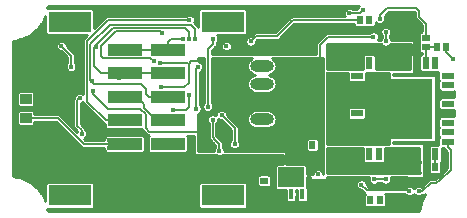
<source format=gbr>
G04 #@! TF.GenerationSoftware,KiCad,Pcbnew,5.0.0-fee4fd1~66~ubuntu16.04.1*
G04 #@! TF.CreationDate,2018-08-08T21:48:41-04:00*
G04 #@! TF.ProjectId,motor controller,6D6F746F7220636F6E74726F6C6C6572,rev?*
G04 #@! TF.SameCoordinates,Original*
G04 #@! TF.FileFunction,Copper,L1,Top,Signal*
G04 #@! TF.FilePolarity,Positive*
%FSLAX46Y46*%
G04 Gerber Fmt 4.6, Leading zero omitted, Abs format (unit mm)*
G04 Created by KiCad (PCBNEW 5.0.0-fee4fd1~66~ubuntu16.04.1) date Wed Aug  8 21:48:41 2018*
%MOMM*%
%LPD*%
G01*
G04 APERTURE LIST*
G04 #@! TA.AperFunction,SMDPad,CuDef*
%ADD10R,2.900000X1.000000*%
G04 #@! TD*
G04 #@! TA.AperFunction,SMDPad,CuDef*
%ADD11R,3.600000X1.800000*%
G04 #@! TD*
G04 #@! TA.AperFunction,SMDPad,CuDef*
%ADD12O,2.000000X1.000000*%
G04 #@! TD*
G04 #@! TA.AperFunction,ComponentPad*
%ADD13C,1.700000*%
G04 #@! TD*
G04 #@! TA.AperFunction,SMDPad,CuDef*
%ADD14R,0.575000X0.650000*%
G04 #@! TD*
G04 #@! TA.AperFunction,SMDPad,CuDef*
%ADD15R,1.050000X0.600000*%
G04 #@! TD*
G04 #@! TA.AperFunction,SMDPad,CuDef*
%ADD16R,0.600000X1.050000*%
G04 #@! TD*
G04 #@! TA.AperFunction,SMDPad,CuDef*
%ADD17R,5.200000X5.200000*%
G04 #@! TD*
G04 #@! TA.AperFunction,SMDPad,CuDef*
%ADD18R,0.650000X0.575000*%
G04 #@! TD*
G04 #@! TA.AperFunction,SMDPad,CuDef*
%ADD19R,0.400000X0.850000*%
G04 #@! TD*
G04 #@! TA.AperFunction,SMDPad,CuDef*
%ADD20R,2.200000X1.700000*%
G04 #@! TD*
G04 #@! TA.AperFunction,SMDPad,CuDef*
%ADD21R,1.000000X0.820000*%
G04 #@! TD*
G04 #@! TA.AperFunction,ViaPad*
%ADD22C,0.410000*%
G04 #@! TD*
G04 #@! TA.AperFunction,Conductor*
%ADD23C,0.150000*%
G04 #@! TD*
G04 #@! TA.AperFunction,Conductor*
%ADD24C,0.254000*%
G04 #@! TD*
G04 APERTURE END LIST*
D10*
G04 #@! TO.P,J1,1*
G04 #@! TO.N,+BATT*
X9790000Y-14000000D03*
G04 #@! TO.P,J1,2*
G04 #@! TO.N,GND*
X9790000Y-12000000D03*
G04 #@! TO.P,J1,3*
G04 #@! TO.N,MOSI*
X9790000Y-10000000D03*
G04 #@! TO.P,J1,4*
G04 #@! TO.N,Net-(J1-Pad4)*
X9790000Y-8000000D03*
G04 #@! TO.P,J1,5*
G04 #@! TO.N,SCK*
X9790000Y-6000000D03*
G04 #@! TO.P,J1,6*
G04 #@! TO.N,CS*
X9790000Y-4000000D03*
D11*
G04 #@! TO.P,J1,MP*
G04 #@! TO.N,N/C*
X5140000Y-16350000D03*
X5140000Y-1650000D03*
G04 #@! TD*
D12*
G04 #@! TO.P,J3,1*
G04 #@! TO.N,GND*
X21400000Y-9900000D03*
G04 #@! TO.P,J3,2*
G04 #@! TO.N,+3V3*
X21400000Y-8400000D03*
G04 #@! TO.P,J3,3*
G04 #@! TO.N,SWCLK*
X21400000Y-6900000D03*
G04 #@! TO.P,J3,4*
G04 #@! TO.N,SWDIO*
X21400000Y-5400000D03*
G04 #@! TD*
D13*
G04 #@! TO.P,M1,1*
G04 #@! TO.N,OUT2*
X28500000Y-13400000D03*
G04 #@! TO.P,M1,2*
G04 #@! TO.N,OUT1*
X28500000Y-4600000D03*
G04 #@! TD*
D14*
G04 #@! TO.P,C3,1*
G04 #@! TO.N,+3V3*
X24892500Y-12090000D03*
G04 #@! TO.P,C3,2*
G04 #@! TO.N,GND*
X25667500Y-12090000D03*
G04 #@! TD*
G04 #@! TO.P,C6,1*
G04 #@! TO.N,+BATT*
X35293000Y-13970000D03*
G04 #@! TO.P,C6,2*
G04 #@! TO.N,Net-(C6-Pad2)*
X36068000Y-13970000D03*
G04 #@! TD*
D15*
G04 #@! TO.P,IC2,1*
G04 #@! TO.N,Net-(IC2-Pad1)*
X37140000Y-11800000D03*
G04 #@! TO.P,IC2,2*
G04 #@! TO.N,Net-(IC2-Pad2)*
X37140000Y-11000000D03*
G04 #@! TO.P,IC2,3*
G04 #@! TO.N,Net-(IC2-Pad3)*
X37140000Y-10200000D03*
G04 #@! TO.P,IC2,4*
G04 #@! TO.N,+BATT*
X37140000Y-9400000D03*
G04 #@! TO.P,IC2,5*
G04 #@! TO.N,Net-(IC2-Pad5)*
X37140000Y-8600000D03*
G04 #@! TO.P,IC2,6*
G04 #@! TO.N,+BATT*
X37140000Y-7800000D03*
G04 #@! TO.P,IC2,7*
G04 #@! TO.N,Net-(IC2-Pad7)*
X37140000Y-7000000D03*
G04 #@! TO.P,IC2,8*
G04 #@! TO.N,FB*
X37140000Y-6200000D03*
D16*
G04 #@! TO.P,IC2,9*
G04 #@! TO.N,Net-(IC2-Pad9)*
X36090000Y-5150000D03*
G04 #@! TO.P,IC2,10*
G04 #@! TO.N,+3V3*
X35290000Y-5150000D03*
G04 #@! TO.P,IC2,11*
G04 #@! TO.N,+BATT*
X34490000Y-5150000D03*
G04 #@! TO.P,IC2,12*
G04 #@! TO.N,OUT1*
X33690000Y-5150000D03*
G04 #@! TO.P,IC2,13*
X32890000Y-5150000D03*
G04 #@! TO.P,IC2,14*
X32090000Y-5150000D03*
G04 #@! TO.P,IC2,15*
X31290000Y-5150000D03*
G04 #@! TO.P,IC2,16*
G04 #@! TO.N,Net-(IC2-Pad16)*
X30490000Y-5150000D03*
D15*
G04 #@! TO.P,IC2,17*
G04 #@! TO.N,Net-(IC2-Pad17)*
X29440000Y-6200000D03*
G04 #@! TO.P,IC2,18*
G04 #@! TO.N,GND*
X29440000Y-7000000D03*
G04 #@! TO.P,IC2,19*
X29440000Y-7800000D03*
G04 #@! TO.P,IC2,20*
X29440000Y-8600000D03*
G04 #@! TO.P,IC2,21*
G04 #@! TO.N,Net-(IC2-Pad21)*
X29440000Y-9400000D03*
G04 #@! TO.P,IC2,22*
G04 #@! TO.N,GND*
X29440000Y-10200000D03*
G04 #@! TO.P,IC2,23*
X29440000Y-11000000D03*
G04 #@! TO.P,IC2,24*
X29440000Y-11800000D03*
D16*
G04 #@! TO.P,IC2,25*
G04 #@! TO.N,Net-(IC2-Pad25)*
X30490000Y-12850000D03*
G04 #@! TO.P,IC2,26*
G04 #@! TO.N,Net-(IC2-Pad26)*
X31290000Y-12850000D03*
G04 #@! TO.P,IC2,27*
G04 #@! TO.N,OUT2*
X32090000Y-12850000D03*
G04 #@! TO.P,IC2,28*
X32890000Y-12850000D03*
G04 #@! TO.P,IC2,29*
X33690000Y-12850000D03*
G04 #@! TO.P,IC2,30*
X34490000Y-12850000D03*
G04 #@! TO.P,IC2,31*
G04 #@! TO.N,+BATT*
X35290000Y-12850000D03*
G04 #@! TO.P,IC2,32*
G04 #@! TO.N,Net-(C6-Pad2)*
X36090000Y-12850000D03*
D17*
G04 #@! TO.P,IC2,33*
G04 #@! TO.N,GND*
X33290000Y-9000000D03*
G04 #@! TD*
D11*
G04 #@! TO.P,J2,MP*
G04 #@! TO.N,N/C*
X18080000Y-16350000D03*
X18080000Y-1650000D03*
D10*
G04 #@! TO.P,J2,6*
G04 #@! TO.N,+BATT*
X13430000Y-14000000D03*
G04 #@! TO.P,J2,5*
G04 #@! TO.N,GND*
X13430000Y-12000000D03*
G04 #@! TO.P,J2,4*
G04 #@! TO.N,Net-(J1-Pad4)*
X13430000Y-10000000D03*
G04 #@! TO.P,J2,3*
G04 #@! TO.N,MISO*
X13430000Y-8000000D03*
G04 #@! TO.P,J2,2*
G04 #@! TO.N,SCK*
X13430000Y-6000000D03*
G04 #@! TO.P,J2,1*
G04 #@! TO.N,CS*
X13430000Y-4000000D03*
G04 #@! TD*
D14*
G04 #@! TO.P,R7,1*
G04 #@! TO.N,Net-(IC2-Pad3)*
X36975000Y-3800000D03*
G04 #@! TO.P,R7,2*
G04 #@! TO.N,+3V3*
X36200000Y-3800000D03*
G04 #@! TD*
G04 #@! TO.P,R8,2*
G04 #@! TO.N,Net-(IC2-Pad26)*
X31375500Y-16764000D03*
G04 #@! TO.P,R8,1*
G04 #@! TO.N,D1*
X30600500Y-16764000D03*
G04 #@! TD*
G04 #@! TO.P,R9,1*
G04 #@! TO.N,Net-(IC2-Pad16)*
X30493000Y-1524000D03*
G04 #@! TO.P,R9,2*
G04 #@! TO.N,D2*
X29718000Y-1524000D03*
G04 #@! TD*
D18*
G04 #@! TO.P,C8,2*
G04 #@! TO.N,+BATT*
X21590000Y-14344500D03*
G04 #@! TO.P,C8,1*
G04 #@! TO.N,GND*
X21590000Y-15119500D03*
G04 #@! TD*
G04 #@! TO.P,C9,1*
G04 #@! TO.N,+3V3*
X35300000Y-3775000D03*
G04 #@! TO.P,C9,2*
G04 #@! TO.N,GND*
X35300000Y-3000000D03*
G04 #@! TD*
D19*
G04 #@! TO.P,IC3,1*
G04 #@! TO.N,+BATT*
X22926000Y-16270000D03*
G04 #@! TO.P,IC3,2*
G04 #@! TO.N,GND*
X23876000Y-16270000D03*
G04 #@! TO.P,IC3,3*
G04 #@! TO.N,Net-(IC3-Pad3)*
X24826000Y-16270000D03*
G04 #@! TO.P,IC3,4*
G04 #@! TO.N,+3V3*
X24826000Y-13370000D03*
G04 #@! TO.P,IC3,5*
X23876000Y-13370000D03*
G04 #@! TO.P,IC3,6*
G04 #@! TO.N,+BATT*
X22926000Y-13370000D03*
D20*
G04 #@! TO.P,IC3,7*
G04 #@! TO.N,GND*
X23876000Y-14820000D03*
G04 #@! TD*
D21*
G04 #@! TO.P,D1,2*
G04 #@! TO.N,Net-(D1-Pad2)*
X1400000Y-8200000D03*
G04 #@! TO.P,D1,1*
G04 #@! TO.N,GND*
X1400000Y-9800000D03*
G04 #@! TD*
D22*
G04 #@! TO.N,*
X4420000Y-3700000D03*
X5250000Y-5460000D03*
G04 #@! TO.N,GND*
X29800000Y-11800000D03*
X29100000Y-11800000D03*
X29100000Y-11000000D03*
X29800000Y-11000000D03*
X29800000Y-10200000D03*
X29100000Y-10200000D03*
X29800000Y-8600000D03*
X29100000Y-8600000D03*
X29800000Y-7800000D03*
X29100000Y-7800000D03*
X29800000Y-7000000D03*
X29100000Y-7000000D03*
X30900000Y-11600000D03*
X31400000Y-11600000D03*
X31900000Y-10600000D03*
X31900000Y-11100000D03*
X31400000Y-11100000D03*
X31400000Y-10600000D03*
X30900000Y-11100000D03*
X30900000Y-10600000D03*
X31900000Y-10100000D03*
X31400000Y-10100000D03*
X30900000Y-10100000D03*
X30900000Y-9600000D03*
X31400000Y-9600000D03*
X31900000Y-9600000D03*
X31900000Y-9100000D03*
X31400000Y-9100000D03*
X30900000Y-9100000D03*
X31900000Y-8600000D03*
X31400000Y-8600000D03*
X30900000Y-8600000D03*
X31900000Y-8100000D03*
X31400000Y-8100000D03*
X30900000Y-8100000D03*
X31900000Y-7600000D03*
X31400000Y-7600000D03*
X30900000Y-7600000D03*
X31900000Y-7100000D03*
X31400000Y-7100000D03*
X30900000Y-7100000D03*
X31900000Y-6600000D03*
X31400000Y-6600000D03*
X30900000Y-6600000D03*
X23900000Y-16230000D03*
X25700000Y-12120000D03*
X14700000Y-12300000D03*
X14200000Y-12300000D03*
X14200000Y-11700000D03*
X13700000Y-11700000D03*
X13700000Y-12300000D03*
X13200000Y-12300000D03*
X13200000Y-11700000D03*
X12700000Y-11700000D03*
X12700000Y-12300000D03*
X12200000Y-12300000D03*
X12200000Y-11700000D03*
X11000000Y-11700000D03*
X11000000Y-12300000D03*
X10500000Y-12300000D03*
X10500000Y-11700000D03*
X10000000Y-11700000D03*
X10000000Y-12300000D03*
X9500000Y-12300000D03*
X9500000Y-11700000D03*
X9000000Y-11700000D03*
X9000000Y-12300000D03*
X8500000Y-12300000D03*
X8500000Y-11700000D03*
X14700000Y-11700000D03*
X21590000Y-15119500D03*
X23876000Y-14820000D03*
X27000000Y-6100000D03*
X27500000Y-6100000D03*
X28000000Y-6100000D03*
X28500000Y-6100000D03*
X28500000Y-6600000D03*
X28000000Y-6600000D03*
X27500000Y-6600000D03*
X27000000Y-6600000D03*
X27000000Y-7100000D03*
X27500000Y-7100000D03*
X28000000Y-7100000D03*
X28500000Y-7100000D03*
X28500000Y-7600000D03*
X28000000Y-7600000D03*
X27500000Y-7600000D03*
X27000000Y-7600000D03*
X27000000Y-8100000D03*
X27500000Y-8100000D03*
X28000000Y-8100000D03*
X28500000Y-8100000D03*
X27000000Y-8100000D03*
X27000000Y-8100000D03*
X27000000Y-8600000D03*
X27500000Y-8600000D03*
X28000000Y-8600000D03*
X28500000Y-8600000D03*
X27000000Y-9100000D03*
X27500000Y-9100000D03*
X28000000Y-9100000D03*
X28500000Y-9100000D03*
X28500000Y-9600000D03*
X28000000Y-9600000D03*
X27500000Y-9600000D03*
X27000000Y-9600000D03*
X27000000Y-10100000D03*
X27500000Y-10100000D03*
X28000000Y-10100000D03*
X28500000Y-10100000D03*
X27000000Y-10600000D03*
X27500000Y-10600000D03*
X28000000Y-10600000D03*
X28500000Y-10600000D03*
X28500000Y-11100000D03*
X28000000Y-11100000D03*
X27500000Y-11100000D03*
X27000000Y-11100000D03*
X27000000Y-11600000D03*
X27500000Y-11600000D03*
X28000000Y-11600000D03*
X28500000Y-11600000D03*
X31400000Y-1400000D03*
X31900000Y-3307000D03*
X31900000Y-2493000D03*
X1400000Y-9800000D03*
X21400000Y-9900000D03*
X12240000Y-4970000D03*
X12990000Y-2584010D03*
X15850000Y-9030000D03*
X16000000Y-5470000D03*
G04 #@! TO.N,+3V3*
X12900000Y-7167998D03*
X12800000Y-5100000D03*
X18400000Y-3720000D03*
X19200000Y-4900000D03*
X24890000Y-12060000D03*
X35290000Y-5150000D03*
X30847000Y-2900000D03*
X7090000Y-7480000D03*
X16310000Y-11060000D03*
G04 #@! TO.N,+BATT*
X35300000Y-14000000D03*
X35300000Y-12500000D03*
X35300000Y-13300000D03*
X34500000Y-5400000D03*
X34500000Y-4800000D03*
X36800000Y-9400000D03*
X37500000Y-9400000D03*
X37400000Y-7800000D03*
X36800000Y-7800000D03*
X13700000Y-13700000D03*
X13700000Y-14300000D03*
X13200000Y-14300000D03*
X13200000Y-13700000D03*
X32800000Y-900000D03*
X32800000Y-1400000D03*
X32800000Y-1900000D03*
X32800000Y-2400000D03*
X32800000Y-2900000D03*
X33300000Y-2900000D03*
X33300000Y-2400000D03*
X33300000Y-1900000D03*
X33300000Y-1400000D03*
X33300000Y-900000D03*
X33800000Y-900000D03*
X33800000Y-1400000D03*
X33800000Y-1900000D03*
X33800000Y-2400000D03*
X33800000Y-2900000D03*
X34300000Y-2900000D03*
X34300000Y-2400000D03*
X34300000Y-1900000D03*
X34300000Y-1400000D03*
X34300000Y-900000D03*
X34800000Y-1900000D03*
X34500000Y-3400000D03*
X34500000Y-3900000D03*
G04 #@! TO.N,FB*
X28800000Y-907000D03*
X29930257Y-654672D03*
X37140000Y-6200000D03*
G04 #@! TO.N,MOSI*
X15271295Y-1493000D03*
X9790000Y-10000000D03*
G04 #@! TO.N,CS*
X14712997Y-3070000D03*
G04 #@! TO.N,MISO*
X13430000Y-8000000D03*
X15787003Y-3070000D03*
X6140000Y-11130000D03*
X7014290Y-6705136D03*
X5980000Y-8110000D03*
G04 #@! TO.N,Net-(IC2-Pad1)*
X34677500Y-16002000D03*
G04 #@! TO.N,Net-(IC2-Pad2)*
X37140000Y-11000000D03*
G04 #@! TO.N,Net-(IC2-Pad3)*
X37593000Y-4800000D03*
X37140000Y-10200000D03*
G04 #@! TO.N,Net-(IC2-Pad16)*
X30493000Y-1524000D03*
X30490000Y-5150000D03*
G04 #@! TO.N,Net-(IC2-Pad26)*
X31375500Y-16764000D03*
X31290000Y-12850000D03*
G04 #@! TO.N,D1*
X30600500Y-16764000D03*
X17800000Y-12600000D03*
X17230000Y-9930000D03*
G04 #@! TO.N,D2*
X20470000Y-3310000D03*
G04 #@! TO.N,SCK*
X15250000Y-3070000D03*
X9300000Y-6400000D03*
X7370000Y-3807000D03*
G04 #@! TO.N,SWDIO*
X21400000Y-5400000D03*
G04 #@! TO.N,SWCLK*
X21400000Y-6900000D03*
G04 #@! TO.N,ENC_CS*
X13900000Y-9100000D03*
X15250000Y-7870000D03*
G04 #@! TO.N,Net-(D1-Pad2)*
X1400000Y-8200000D03*
G04 #@! TO.N,IN2*
X17250000Y-3070000D03*
X16830000Y-8860000D03*
X29810000Y-15440000D03*
X33902500Y-16002000D03*
G04 #@! TO.N,IN1*
X31900000Y-15000000D03*
X30900000Y-15000000D03*
X26160000Y-14580000D03*
X17990000Y-9530000D03*
X19100000Y-12020000D03*
G04 #@! TD*
D23*
G04 #@! TO.N,*
X5250000Y-4530000D02*
X5250000Y-5460000D01*
X4420000Y-3700000D02*
X5250000Y-4530000D01*
G04 #@! TO.N,GND*
X35300000Y-3000000D02*
X35300000Y-2100000D01*
X35300000Y-1826942D02*
X35254452Y-1754452D01*
X35300000Y-2100000D02*
X35300000Y-1826942D01*
X34707001Y-1207001D02*
X34707001Y-1095361D01*
X35254452Y-1754452D02*
X34707001Y-1207001D01*
X34495361Y-492999D02*
X33707001Y-492999D01*
X34707001Y-704639D02*
X34495361Y-492999D01*
X34707001Y-1095361D02*
X34707001Y-704639D01*
X33707001Y-492999D02*
X32007001Y-492999D01*
X31400000Y-1100000D02*
X31400000Y-1400000D01*
X32007001Y-492999D02*
X31400000Y-1100000D01*
X31900000Y-3307000D02*
X31900000Y-2493000D01*
X1400000Y-9800000D02*
X4110000Y-9800000D01*
X6310000Y-12000000D02*
X9790000Y-12000000D01*
X4110000Y-9800000D02*
X6310000Y-12000000D01*
X11972001Y-4702001D02*
X7962001Y-4702001D01*
X12240000Y-4970000D02*
X11972001Y-4702001D01*
X7962001Y-4702001D02*
X7790000Y-4530000D01*
X7790000Y-3686398D02*
X9022378Y-2454020D01*
X7790000Y-4530000D02*
X7790000Y-3686398D01*
X9022378Y-2454020D02*
X10380010Y-2454020D01*
X12860010Y-2454020D02*
X12990000Y-2584010D01*
X10380010Y-2454020D02*
X12860010Y-2454020D01*
X15850000Y-5620000D02*
X16000000Y-5470000D01*
X15850000Y-9030000D02*
X15850000Y-5620000D01*
G04 #@! TO.N,+3V3*
X36175000Y-3775000D02*
X36200000Y-3800000D01*
X35300000Y-3775000D02*
X36175000Y-3775000D01*
X35300000Y-5140000D02*
X35290000Y-5150000D01*
X35300000Y-3775000D02*
X35300000Y-5140000D01*
X12800000Y-5100000D02*
X15100000Y-5100000D01*
X15100000Y-5100000D02*
X15200000Y-5200000D01*
X15200000Y-5200000D02*
X15200000Y-6800000D01*
X14832002Y-7167998D02*
X12900000Y-7167998D01*
X15200000Y-6800000D02*
X14832002Y-7167998D01*
X30847000Y-2900000D02*
X30100000Y-2900000D01*
X30100000Y-2900000D02*
X27000000Y-2900000D01*
X27000000Y-2900000D02*
X26300000Y-3600000D01*
X26300000Y-3600000D02*
X26300000Y-5200000D01*
X15200000Y-5200000D02*
X15400000Y-5000000D01*
X15400000Y-5000000D02*
X16210000Y-5000000D01*
X7090000Y-7769913D02*
X8360087Y-9040000D01*
X7090000Y-7480000D02*
X7090000Y-7769913D01*
X11128249Y-9040000D02*
X11580000Y-9491751D01*
X8360087Y-9040000D02*
X11128249Y-9040000D01*
X11580000Y-9491751D02*
X11580000Y-10660000D01*
X11580000Y-10660000D02*
X11890000Y-10970000D01*
X16220000Y-10970000D02*
X16310000Y-11060000D01*
X11890000Y-10970000D02*
X16220000Y-10970000D01*
G04 #@! TO.N,FB*
X29677929Y-907000D02*
X29930257Y-654672D01*
X28800000Y-907000D02*
X29677929Y-907000D01*
G04 #@! TO.N,Net-(C6-Pad2)*
X36090000Y-13948000D02*
X36068000Y-13970000D01*
X36090000Y-12850000D02*
X36090000Y-13948000D01*
G04 #@! TO.N,MOSI*
X9790000Y-10000000D02*
X10300000Y-10000000D01*
X8190000Y-10000000D02*
X6600000Y-8410000D01*
X9790000Y-10000000D02*
X8190000Y-10000000D01*
X14981382Y-1493000D02*
X14974382Y-1500000D01*
X15271295Y-1493000D02*
X14981382Y-1493000D01*
X8353602Y-1500000D02*
X6600000Y-3253602D01*
X6600000Y-8410000D02*
X6600000Y-6500000D01*
X6600000Y-3253602D02*
X6600000Y-6500000D01*
X14974382Y-1500000D02*
X8353602Y-1500000D01*
X6600000Y-6500000D02*
X6600000Y-5800000D01*
X9790000Y-10000000D02*
X9700000Y-10000000D01*
G04 #@! TO.N,CS*
X11390000Y-4000000D02*
X13430000Y-4000000D01*
X9790000Y-4000000D02*
X11390000Y-4000000D01*
X14423084Y-3070000D02*
X14712997Y-3070000D01*
X13710000Y-3070000D02*
X14423084Y-3070000D01*
X13430000Y-3350000D02*
X13710000Y-3070000D01*
X13430000Y-4000000D02*
X13430000Y-3350000D01*
G04 #@! TO.N,MISO*
X15400000Y-1900000D02*
X15787003Y-2287003D01*
X15787003Y-2287003D02*
X15787003Y-3070000D01*
X8700000Y-1900000D02*
X15400000Y-1900000D01*
X8700000Y-1900000D02*
X8550000Y-1900000D01*
X8550000Y-1900000D02*
X6877010Y-3572990D01*
X6877010Y-6567856D02*
X7014290Y-6705136D01*
X6877010Y-3572990D02*
X6877010Y-6567856D01*
X6140000Y-10840087D02*
X6140000Y-11130000D01*
X5775001Y-10475088D02*
X6140000Y-10840087D01*
X5775001Y-8314999D02*
X5775001Y-10475088D01*
X5980000Y-8110000D02*
X5775001Y-8314999D01*
X11600000Y-7770000D02*
X11830000Y-8000000D01*
X7014290Y-6705136D02*
X7219289Y-6910135D01*
X7219289Y-6910135D02*
X11160135Y-6910135D01*
X11160135Y-6910135D02*
X11600000Y-7350000D01*
X11830000Y-8000000D02*
X13430000Y-8000000D01*
X11600000Y-7350000D02*
X11600000Y-7770000D01*
G04 #@! TO.N,Net-(IC2-Pad1)*
X37140000Y-12250000D02*
X37400000Y-12510000D01*
X37140000Y-11800000D02*
X37140000Y-12250000D01*
X37400000Y-12510000D02*
X37400000Y-14200000D01*
X36514613Y-15085387D02*
X36173057Y-15300000D01*
X37400000Y-14200000D02*
X36514613Y-15085387D01*
X36173057Y-15300000D02*
X35700000Y-15300000D01*
X34998000Y-16002000D02*
X34677500Y-16002000D01*
X35700000Y-15300000D02*
X34998000Y-16002000D01*
G04 #@! TO.N,Net-(IC2-Pad3)*
X36975000Y-4182000D02*
X37593000Y-4800000D01*
X36975000Y-3800000D02*
X36975000Y-4182000D01*
G04 #@! TO.N,Net-(J1-Pad4)*
X9790000Y-8000000D02*
X10750000Y-8000000D01*
X10740000Y-8000000D02*
X11390000Y-8650000D01*
X9790000Y-8000000D02*
X10740000Y-8000000D01*
X12480000Y-10000000D02*
X13430000Y-10000000D01*
X11390000Y-8910000D02*
X12480000Y-10000000D01*
X11390000Y-8650000D02*
X11390000Y-8910000D01*
G04 #@! TO.N,D1*
X17800000Y-11990000D02*
X17800000Y-12600000D01*
X17460000Y-11650000D02*
X17800000Y-11990000D01*
X17230000Y-9930000D02*
X17230000Y-11440000D01*
X17440000Y-11650000D02*
X17460000Y-11650000D01*
X17230000Y-11440000D02*
X17440000Y-11650000D01*
G04 #@! TO.N,D2*
X20470000Y-3310000D02*
X20900000Y-2880000D01*
X20900000Y-2880000D02*
X22670000Y-2880000D01*
X22670000Y-2880000D02*
X22670000Y-2860000D01*
X24006000Y-1524000D02*
X29718000Y-1524000D01*
X22670000Y-2860000D02*
X24006000Y-1524000D01*
G04 #@! TO.N,SCK*
X9790000Y-6000000D02*
X13430000Y-6000000D01*
X15200000Y-3120000D02*
X15250000Y-3070000D01*
X8190000Y-6000000D02*
X8180000Y-6010000D01*
X9790000Y-6000000D02*
X8190000Y-6000000D01*
X7790000Y-6010000D02*
X7154020Y-5374020D01*
X8180000Y-6010000D02*
X7790000Y-6010000D01*
X7154020Y-5374020D02*
X7154020Y-3837730D01*
X8814740Y-2177010D02*
X14887010Y-2177010D01*
X15250000Y-2540000D02*
X15250000Y-3070000D01*
X14887010Y-2177010D02*
X15250000Y-2540000D01*
X7370000Y-3807000D02*
X7370000Y-3621750D01*
X7430000Y-3561750D02*
X8814740Y-2177010D01*
X7370000Y-3621750D02*
X7430000Y-3561750D01*
X7154020Y-3837730D02*
X7430000Y-3561750D01*
G04 #@! TO.N,ENC_CS*
X13900000Y-9100000D02*
X15000000Y-9100000D01*
X15250000Y-8850000D02*
X15250000Y-7870000D01*
X15000000Y-9100000D02*
X15250000Y-8850000D01*
G04 #@! TO.N,IN2*
X17250000Y-3570000D02*
X16850000Y-3970000D01*
X17250000Y-3070000D02*
X17250000Y-3570000D01*
X16850000Y-8840000D02*
X16830000Y-8860000D01*
X16850000Y-3970000D02*
X16850000Y-8840000D01*
X30300000Y-15930000D02*
X33830500Y-15930000D01*
X29810000Y-15440000D02*
X30300000Y-15930000D01*
X33830500Y-15930000D02*
X33902500Y-16002000D01*
G04 #@! TO.N,IN1*
X31900000Y-15000000D02*
X30900000Y-15000000D01*
X19100000Y-10640000D02*
X19100000Y-12020000D01*
X17990000Y-9530000D02*
X19100000Y-10640000D01*
G04 #@! TD*
D24*
G04 #@! TO.N,OUT1*
G36*
X31543471Y-3599596D02*
X31607404Y-3663529D01*
X31682582Y-3713761D01*
X31766115Y-3748361D01*
X31854792Y-3766000D01*
X31945208Y-3766000D01*
X32033885Y-3748361D01*
X32117418Y-3713761D01*
X32192596Y-3663529D01*
X32256529Y-3599596D01*
X32305036Y-3527000D01*
X33995369Y-3527000D01*
X33995369Y-4461778D01*
X33977786Y-4483203D01*
X33954200Y-4527328D01*
X33939676Y-4575207D01*
X33934772Y-4625000D01*
X33934772Y-5673000D01*
X31045228Y-5673000D01*
X31045228Y-4625000D01*
X31040324Y-4575207D01*
X31025800Y-4527328D01*
X31002214Y-4483203D01*
X30970473Y-4444527D01*
X30931797Y-4412786D01*
X30887672Y-4389200D01*
X30839793Y-4374676D01*
X30790000Y-4369772D01*
X30190000Y-4369772D01*
X30140207Y-4374676D01*
X30092328Y-4389200D01*
X30048203Y-4412786D01*
X30009527Y-4444527D01*
X29977786Y-4483203D01*
X29954200Y-4527328D01*
X29939676Y-4575207D01*
X29934772Y-4625000D01*
X29934772Y-5644772D01*
X28915000Y-5644772D01*
X28865207Y-5649676D01*
X28817328Y-5664200D01*
X28800865Y-5673000D01*
X28668556Y-5673000D01*
X28633885Y-5658639D01*
X28545208Y-5641000D01*
X28454792Y-5641000D01*
X28366115Y-5658639D01*
X28331444Y-5673000D01*
X28168556Y-5673000D01*
X28133885Y-5658639D01*
X28045208Y-5641000D01*
X27954792Y-5641000D01*
X27866115Y-5658639D01*
X27831444Y-5673000D01*
X27668556Y-5673000D01*
X27633885Y-5658639D01*
X27545208Y-5641000D01*
X27454792Y-5641000D01*
X27366115Y-5658639D01*
X27331444Y-5673000D01*
X27168556Y-5673000D01*
X27133885Y-5658639D01*
X27045208Y-5641000D01*
X26954792Y-5641000D01*
X26927000Y-5646528D01*
X26927000Y-3527000D01*
X31494964Y-3527000D01*
X31543471Y-3599596D01*
X31543471Y-3599596D01*
G37*
X31543471Y-3599596D02*
X31607404Y-3663529D01*
X31682582Y-3713761D01*
X31766115Y-3748361D01*
X31854792Y-3766000D01*
X31945208Y-3766000D01*
X32033885Y-3748361D01*
X32117418Y-3713761D01*
X32192596Y-3663529D01*
X32256529Y-3599596D01*
X32305036Y-3527000D01*
X33995369Y-3527000D01*
X33995369Y-4461778D01*
X33977786Y-4483203D01*
X33954200Y-4527328D01*
X33939676Y-4575207D01*
X33934772Y-4625000D01*
X33934772Y-5673000D01*
X31045228Y-5673000D01*
X31045228Y-4625000D01*
X31040324Y-4575207D01*
X31025800Y-4527328D01*
X31002214Y-4483203D01*
X30970473Y-4444527D01*
X30931797Y-4412786D01*
X30887672Y-4389200D01*
X30839793Y-4374676D01*
X30790000Y-4369772D01*
X30190000Y-4369772D01*
X30140207Y-4374676D01*
X30092328Y-4389200D01*
X30048203Y-4412786D01*
X30009527Y-4444527D01*
X29977786Y-4483203D01*
X29954200Y-4527328D01*
X29939676Y-4575207D01*
X29934772Y-4625000D01*
X29934772Y-5644772D01*
X28915000Y-5644772D01*
X28865207Y-5649676D01*
X28817328Y-5664200D01*
X28800865Y-5673000D01*
X28668556Y-5673000D01*
X28633885Y-5658639D01*
X28545208Y-5641000D01*
X28454792Y-5641000D01*
X28366115Y-5658639D01*
X28331444Y-5673000D01*
X28168556Y-5673000D01*
X28133885Y-5658639D01*
X28045208Y-5641000D01*
X27954792Y-5641000D01*
X27866115Y-5658639D01*
X27831444Y-5673000D01*
X27668556Y-5673000D01*
X27633885Y-5658639D01*
X27545208Y-5641000D01*
X27454792Y-5641000D01*
X27366115Y-5658639D01*
X27331444Y-5673000D01*
X27168556Y-5673000D01*
X27133885Y-5658639D01*
X27045208Y-5641000D01*
X26954792Y-5641000D01*
X26927000Y-5646528D01*
X26927000Y-3527000D01*
X31494964Y-3527000D01*
X31543471Y-3599596D01*
G04 #@! TO.N,OUT2*
G36*
X28817328Y-12335800D02*
X28865207Y-12350324D01*
X28915000Y-12355228D01*
X29934772Y-12355228D01*
X29934772Y-13375000D01*
X29939676Y-13424793D01*
X29954200Y-13472672D01*
X29977786Y-13516797D01*
X30009527Y-13555473D01*
X30048203Y-13587214D01*
X30092328Y-13610800D01*
X30140207Y-13625324D01*
X30190000Y-13630228D01*
X30790000Y-13630228D01*
X30839793Y-13625324D01*
X30887672Y-13610800D01*
X30890000Y-13609556D01*
X30892328Y-13610800D01*
X30940207Y-13625324D01*
X30990000Y-13630228D01*
X31590000Y-13630228D01*
X31639793Y-13625324D01*
X31687672Y-13610800D01*
X31731797Y-13587214D01*
X31770473Y-13555473D01*
X31802214Y-13516797D01*
X31825800Y-13472672D01*
X31840324Y-13424793D01*
X31845228Y-13375000D01*
X31845228Y-12327000D01*
X34734772Y-12327000D01*
X34734772Y-13375000D01*
X34739676Y-13424793D01*
X34754200Y-13472672D01*
X34773000Y-13507843D01*
X34773000Y-13541154D01*
X34769700Y-13547328D01*
X34755176Y-13595207D01*
X34750272Y-13645000D01*
X34750272Y-14295000D01*
X34755176Y-14344793D01*
X34769700Y-14392672D01*
X34773000Y-14398846D01*
X34773000Y-14473000D01*
X26949369Y-14473000D01*
X26949369Y-12327000D01*
X28800865Y-12327000D01*
X28817328Y-12335800D01*
X28817328Y-12335800D01*
G37*
X28817328Y-12335800D02*
X28865207Y-12350324D01*
X28915000Y-12355228D01*
X29934772Y-12355228D01*
X29934772Y-13375000D01*
X29939676Y-13424793D01*
X29954200Y-13472672D01*
X29977786Y-13516797D01*
X30009527Y-13555473D01*
X30048203Y-13587214D01*
X30092328Y-13610800D01*
X30140207Y-13625324D01*
X30190000Y-13630228D01*
X30790000Y-13630228D01*
X30839793Y-13625324D01*
X30887672Y-13610800D01*
X30890000Y-13609556D01*
X30892328Y-13610800D01*
X30940207Y-13625324D01*
X30990000Y-13630228D01*
X31590000Y-13630228D01*
X31639793Y-13625324D01*
X31687672Y-13610800D01*
X31731797Y-13587214D01*
X31770473Y-13555473D01*
X31802214Y-13516797D01*
X31825800Y-13472672D01*
X31840324Y-13424793D01*
X31845228Y-13375000D01*
X31845228Y-12327000D01*
X34734772Y-12327000D01*
X34734772Y-13375000D01*
X34739676Y-13424793D01*
X34754200Y-13472672D01*
X34773000Y-13507843D01*
X34773000Y-13541154D01*
X34769700Y-13547328D01*
X34755176Y-13595207D01*
X34750272Y-13645000D01*
X34750272Y-14295000D01*
X34755176Y-14344793D01*
X34769700Y-14392672D01*
X34773000Y-14398846D01*
X34773000Y-14473000D01*
X26949369Y-14473000D01*
X26949369Y-12327000D01*
X28800865Y-12327000D01*
X28817328Y-12335800D01*
G04 #@! TO.N,+3V3*
G36*
X16521001Y-8519874D02*
X16473471Y-8567404D01*
X16423239Y-8642582D01*
X16388639Y-8726115D01*
X16371000Y-8814792D01*
X16371000Y-8905208D01*
X16388639Y-8993885D01*
X16423239Y-9077418D01*
X16473471Y-9152596D01*
X16537404Y-9216529D01*
X16612582Y-9266761D01*
X16696115Y-9301361D01*
X16784792Y-9319000D01*
X16875208Y-9319000D01*
X16963885Y-9301361D01*
X17047418Y-9266761D01*
X17122596Y-9216529D01*
X17186529Y-9152596D01*
X17236761Y-9077418D01*
X17271361Y-8993885D01*
X17289000Y-8905208D01*
X17289000Y-8814792D01*
X17271361Y-8726115D01*
X17236761Y-8642582D01*
X17186529Y-8567404D01*
X17179000Y-8559875D01*
X17179000Y-4727000D01*
X20559594Y-4727000D01*
X20479073Y-4770039D01*
X20364262Y-4864262D01*
X20270039Y-4979073D01*
X20200025Y-5110061D01*
X20156910Y-5252190D01*
X20142352Y-5400000D01*
X20156910Y-5547810D01*
X20200025Y-5689939D01*
X20270039Y-5820927D01*
X20364262Y-5935738D01*
X20479073Y-6029961D01*
X20610061Y-6099975D01*
X20752190Y-6143090D01*
X20822348Y-6150000D01*
X20752190Y-6156910D01*
X20610061Y-6200025D01*
X20479073Y-6270039D01*
X20364262Y-6364262D01*
X20270039Y-6479073D01*
X20200025Y-6610061D01*
X20156910Y-6752190D01*
X20142352Y-6900000D01*
X20156910Y-7047810D01*
X20200025Y-7189939D01*
X20270039Y-7320927D01*
X20364262Y-7435738D01*
X20479073Y-7529961D01*
X20610061Y-7599975D01*
X20752190Y-7643090D01*
X20862961Y-7654000D01*
X21937039Y-7654000D01*
X22047810Y-7643090D01*
X22189939Y-7599975D01*
X22320927Y-7529961D01*
X22435738Y-7435738D01*
X22529961Y-7320927D01*
X22599975Y-7189939D01*
X22643090Y-7047810D01*
X22657648Y-6900000D01*
X22643090Y-6752190D01*
X22599975Y-6610061D01*
X22529961Y-6479073D01*
X22435738Y-6364262D01*
X22320927Y-6270039D01*
X22189939Y-6200025D01*
X22047810Y-6156910D01*
X21977652Y-6150000D01*
X22047810Y-6143090D01*
X22189939Y-6099975D01*
X22320927Y-6029961D01*
X22435738Y-5935738D01*
X22529961Y-5820927D01*
X22599975Y-5689939D01*
X22643090Y-5547810D01*
X22657648Y-5400000D01*
X22643090Y-5252190D01*
X22599975Y-5110061D01*
X22529961Y-4979073D01*
X22435738Y-4864262D01*
X22320927Y-4770039D01*
X22240406Y-4727000D01*
X26573629Y-4727000D01*
X26579525Y-5915690D01*
X26558639Y-5966115D01*
X26541000Y-6054792D01*
X26541000Y-6145208D01*
X26558639Y-6233885D01*
X26581376Y-6288777D01*
X26581976Y-6409774D01*
X26558639Y-6466115D01*
X26541000Y-6554792D01*
X26541000Y-6645208D01*
X26558639Y-6733885D01*
X26583886Y-6794838D01*
X26584427Y-6903857D01*
X26558639Y-6966115D01*
X26541000Y-7054792D01*
X26541000Y-7145208D01*
X26558639Y-7233885D01*
X26586396Y-7300898D01*
X26586878Y-7397940D01*
X26558639Y-7466115D01*
X26541000Y-7554792D01*
X26541000Y-7645208D01*
X26558639Y-7733885D01*
X26588906Y-7806958D01*
X26589328Y-7892023D01*
X26558639Y-7966115D01*
X26541000Y-8054792D01*
X26541000Y-8145208D01*
X26558639Y-8233885D01*
X26591417Y-8313018D01*
X26591779Y-8386106D01*
X26558639Y-8466115D01*
X26541000Y-8554792D01*
X26541000Y-8645208D01*
X26558639Y-8733885D01*
X26593239Y-8817418D01*
X26593924Y-8818443D01*
X26594234Y-8881092D01*
X26593239Y-8882582D01*
X26558639Y-8966115D01*
X26541000Y-9054792D01*
X26541000Y-9145208D01*
X26558639Y-9233885D01*
X26593239Y-9317418D01*
X26596422Y-9322182D01*
X26596696Y-9377408D01*
X26593239Y-9382582D01*
X26558639Y-9466115D01*
X26541000Y-9554792D01*
X26541000Y-9645208D01*
X26558639Y-9733885D01*
X26593239Y-9817418D01*
X26598921Y-9825922D01*
X26599158Y-9873723D01*
X26593239Y-9882582D01*
X26558639Y-9966115D01*
X26541000Y-10054792D01*
X26541000Y-10145208D01*
X26558639Y-10233885D01*
X26593239Y-10317418D01*
X26601420Y-10329662D01*
X26601620Y-10370039D01*
X26593239Y-10382582D01*
X26558639Y-10466115D01*
X26541000Y-10554792D01*
X26541000Y-10645208D01*
X26558639Y-10733885D01*
X26593239Y-10817418D01*
X26603918Y-10833401D01*
X26604082Y-10866354D01*
X26593239Y-10882582D01*
X26558639Y-10966115D01*
X26541000Y-11054792D01*
X26541000Y-11145208D01*
X26558639Y-11233885D01*
X26593239Y-11317418D01*
X26606417Y-11337141D01*
X26606544Y-11362669D01*
X26593239Y-11382582D01*
X26558639Y-11466115D01*
X26541000Y-11554792D01*
X26541000Y-11645208D01*
X26558639Y-11733885D01*
X26593239Y-11817418D01*
X26608916Y-11840880D01*
X26622365Y-14552251D01*
X26619000Y-14552231D01*
X26619000Y-14534792D01*
X26601361Y-14446115D01*
X26566761Y-14362582D01*
X26516529Y-14287404D01*
X26452596Y-14223471D01*
X26377418Y-14173239D01*
X26293885Y-14138639D01*
X26205208Y-14121000D01*
X26114792Y-14121000D01*
X26026115Y-14138639D01*
X25942582Y-14173239D01*
X25867404Y-14223471D01*
X25803471Y-14287404D01*
X25753239Y-14362582D01*
X25718639Y-14446115D01*
X25701000Y-14534792D01*
X25701000Y-14546863D01*
X25231228Y-14544116D01*
X25231228Y-13970000D01*
X25226324Y-13920207D01*
X25211800Y-13872328D01*
X25188214Y-13828203D01*
X25156473Y-13789527D01*
X25117797Y-13757786D01*
X25073672Y-13734200D01*
X25025793Y-13719676D01*
X24976000Y-13714772D01*
X23452078Y-13714772D01*
X23446998Y-12739339D01*
X23444429Y-12714575D01*
X23437078Y-12690789D01*
X23425228Y-12668894D01*
X23409334Y-12649731D01*
X23390006Y-12634037D01*
X23367989Y-12622416D01*
X23344127Y-12615313D01*
X23320000Y-12613000D01*
X18259000Y-12613000D01*
X18259000Y-12554792D01*
X18241361Y-12466115D01*
X18206761Y-12382582D01*
X18156529Y-12307404D01*
X18129000Y-12279875D01*
X18129000Y-12006154D01*
X18130591Y-11990000D01*
X18124239Y-11925505D01*
X18105426Y-11863488D01*
X18074876Y-11806333D01*
X18044061Y-11768784D01*
X18044056Y-11768779D01*
X18033763Y-11756237D01*
X18021221Y-11745944D01*
X17704065Y-11428790D01*
X17693763Y-11416237D01*
X17643667Y-11375124D01*
X17615164Y-11359889D01*
X17559000Y-11303725D01*
X17559000Y-10250125D01*
X17586529Y-10222596D01*
X17636761Y-10147418D01*
X17671361Y-10063885D01*
X17689000Y-9975208D01*
X17689000Y-9884792D01*
X17687345Y-9876470D01*
X17697404Y-9886529D01*
X17772582Y-9936761D01*
X17856115Y-9971361D01*
X17944792Y-9989000D01*
X17983725Y-9989000D01*
X18771000Y-10776276D01*
X18771001Y-11699874D01*
X18743471Y-11727404D01*
X18693239Y-11802582D01*
X18658639Y-11886115D01*
X18641000Y-11974792D01*
X18641000Y-12065208D01*
X18658639Y-12153885D01*
X18693239Y-12237418D01*
X18743471Y-12312596D01*
X18807404Y-12376529D01*
X18882582Y-12426761D01*
X18966115Y-12461361D01*
X19054792Y-12479000D01*
X19145208Y-12479000D01*
X19233885Y-12461361D01*
X19317418Y-12426761D01*
X19392596Y-12376529D01*
X19456529Y-12312596D01*
X19506761Y-12237418D01*
X19541361Y-12153885D01*
X19559000Y-12065208D01*
X19559000Y-11974792D01*
X19541361Y-11886115D01*
X19506761Y-11802582D01*
X19481650Y-11765000D01*
X25124772Y-11765000D01*
X25124772Y-12415000D01*
X25129676Y-12464793D01*
X25144200Y-12512672D01*
X25167786Y-12556797D01*
X25199527Y-12595473D01*
X25238203Y-12627214D01*
X25282328Y-12650800D01*
X25330207Y-12665324D01*
X25380000Y-12670228D01*
X25955000Y-12670228D01*
X26004793Y-12665324D01*
X26052672Y-12650800D01*
X26096797Y-12627214D01*
X26135473Y-12595473D01*
X26167214Y-12556797D01*
X26190800Y-12512672D01*
X26205324Y-12464793D01*
X26210228Y-12415000D01*
X26210228Y-11765000D01*
X26205324Y-11715207D01*
X26190800Y-11667328D01*
X26167214Y-11623203D01*
X26135473Y-11584527D01*
X26096797Y-11552786D01*
X26052672Y-11529200D01*
X26004793Y-11514676D01*
X25955000Y-11509772D01*
X25380000Y-11509772D01*
X25330207Y-11514676D01*
X25282328Y-11529200D01*
X25238203Y-11552786D01*
X25199527Y-11584527D01*
X25167786Y-11623203D01*
X25144200Y-11667328D01*
X25129676Y-11715207D01*
X25124772Y-11765000D01*
X19481650Y-11765000D01*
X19456529Y-11727404D01*
X19429000Y-11699875D01*
X19429000Y-10656143D01*
X19430590Y-10639999D01*
X19429000Y-10623855D01*
X19429000Y-10623846D01*
X19424239Y-10575505D01*
X19405426Y-10513488D01*
X19374876Y-10456333D01*
X19333763Y-10406237D01*
X19321216Y-10395940D01*
X18825276Y-9900000D01*
X20142352Y-9900000D01*
X20156910Y-10047810D01*
X20200025Y-10189939D01*
X20270039Y-10320927D01*
X20364262Y-10435738D01*
X20479073Y-10529961D01*
X20610061Y-10599975D01*
X20752190Y-10643090D01*
X20862961Y-10654000D01*
X21937039Y-10654000D01*
X22047810Y-10643090D01*
X22189939Y-10599975D01*
X22320927Y-10529961D01*
X22435738Y-10435738D01*
X22529961Y-10320927D01*
X22599975Y-10189939D01*
X22643090Y-10047810D01*
X22657648Y-9900000D01*
X22643090Y-9752190D01*
X22599975Y-9610061D01*
X22529961Y-9479073D01*
X22435738Y-9364262D01*
X22320927Y-9270039D01*
X22189939Y-9200025D01*
X22047810Y-9156910D01*
X21937039Y-9146000D01*
X20862961Y-9146000D01*
X20752190Y-9156910D01*
X20610061Y-9200025D01*
X20479073Y-9270039D01*
X20364262Y-9364262D01*
X20270039Y-9479073D01*
X20200025Y-9610061D01*
X20156910Y-9752190D01*
X20142352Y-9900000D01*
X18825276Y-9900000D01*
X18449000Y-9523725D01*
X18449000Y-9484792D01*
X18431361Y-9396115D01*
X18396761Y-9312582D01*
X18346529Y-9237404D01*
X18282596Y-9173471D01*
X18207418Y-9123239D01*
X18123885Y-9088639D01*
X18035208Y-9071000D01*
X17944792Y-9071000D01*
X17856115Y-9088639D01*
X17772582Y-9123239D01*
X17697404Y-9173471D01*
X17633471Y-9237404D01*
X17583239Y-9312582D01*
X17548639Y-9396115D01*
X17531000Y-9484792D01*
X17531000Y-9575208D01*
X17532655Y-9583530D01*
X17522596Y-9573471D01*
X17447418Y-9523239D01*
X17363885Y-9488639D01*
X17275208Y-9471000D01*
X17184792Y-9471000D01*
X17096115Y-9488639D01*
X17012582Y-9523239D01*
X16937404Y-9573471D01*
X16873471Y-9637404D01*
X16823239Y-9712582D01*
X16788639Y-9796115D01*
X16771000Y-9884792D01*
X16771000Y-9975208D01*
X16788639Y-10063885D01*
X16823239Y-10147418D01*
X16873471Y-10222596D01*
X16901000Y-10250125D01*
X16901001Y-11423846D01*
X16899410Y-11440000D01*
X16901001Y-11456154D01*
X16905762Y-11504495D01*
X16911469Y-11523307D01*
X16924574Y-11566511D01*
X16949551Y-11613239D01*
X16955125Y-11623667D01*
X16996238Y-11673763D01*
X17008786Y-11684061D01*
X17195935Y-11871210D01*
X17206237Y-11883763D01*
X17256333Y-11924876D01*
X17284836Y-11940111D01*
X17471000Y-12126277D01*
X17471000Y-12279875D01*
X17443471Y-12307404D01*
X17393239Y-12382582D01*
X17358639Y-12466115D01*
X17341000Y-12554792D01*
X17341000Y-12613000D01*
X16017179Y-12613000D01*
X16021632Y-9455726D01*
X16067418Y-9436761D01*
X16142596Y-9386529D01*
X16206529Y-9322596D01*
X16256761Y-9247418D01*
X16291361Y-9163885D01*
X16309000Y-9075208D01*
X16309000Y-8984792D01*
X16291361Y-8896115D01*
X16256761Y-8812582D01*
X16206529Y-8737404D01*
X16179000Y-8709875D01*
X16179000Y-5892674D01*
X16217418Y-5876761D01*
X16292596Y-5826529D01*
X16356529Y-5762596D01*
X16406761Y-5687418D01*
X16441361Y-5603885D01*
X16459000Y-5515208D01*
X16459000Y-5424792D01*
X16441361Y-5336115D01*
X16406761Y-5252582D01*
X16356529Y-5177404D01*
X16292596Y-5113471D01*
X16217418Y-5063239D01*
X16133885Y-5028639D01*
X16045208Y-5011000D01*
X16027000Y-5011000D01*
X16027000Y-4727000D01*
X16521000Y-4727000D01*
X16521001Y-8519874D01*
X16521001Y-8519874D01*
G37*
X16521001Y-8519874D02*
X16473471Y-8567404D01*
X16423239Y-8642582D01*
X16388639Y-8726115D01*
X16371000Y-8814792D01*
X16371000Y-8905208D01*
X16388639Y-8993885D01*
X16423239Y-9077418D01*
X16473471Y-9152596D01*
X16537404Y-9216529D01*
X16612582Y-9266761D01*
X16696115Y-9301361D01*
X16784792Y-9319000D01*
X16875208Y-9319000D01*
X16963885Y-9301361D01*
X17047418Y-9266761D01*
X17122596Y-9216529D01*
X17186529Y-9152596D01*
X17236761Y-9077418D01*
X17271361Y-8993885D01*
X17289000Y-8905208D01*
X17289000Y-8814792D01*
X17271361Y-8726115D01*
X17236761Y-8642582D01*
X17186529Y-8567404D01*
X17179000Y-8559875D01*
X17179000Y-4727000D01*
X20559594Y-4727000D01*
X20479073Y-4770039D01*
X20364262Y-4864262D01*
X20270039Y-4979073D01*
X20200025Y-5110061D01*
X20156910Y-5252190D01*
X20142352Y-5400000D01*
X20156910Y-5547810D01*
X20200025Y-5689939D01*
X20270039Y-5820927D01*
X20364262Y-5935738D01*
X20479073Y-6029961D01*
X20610061Y-6099975D01*
X20752190Y-6143090D01*
X20822348Y-6150000D01*
X20752190Y-6156910D01*
X20610061Y-6200025D01*
X20479073Y-6270039D01*
X20364262Y-6364262D01*
X20270039Y-6479073D01*
X20200025Y-6610061D01*
X20156910Y-6752190D01*
X20142352Y-6900000D01*
X20156910Y-7047810D01*
X20200025Y-7189939D01*
X20270039Y-7320927D01*
X20364262Y-7435738D01*
X20479073Y-7529961D01*
X20610061Y-7599975D01*
X20752190Y-7643090D01*
X20862961Y-7654000D01*
X21937039Y-7654000D01*
X22047810Y-7643090D01*
X22189939Y-7599975D01*
X22320927Y-7529961D01*
X22435738Y-7435738D01*
X22529961Y-7320927D01*
X22599975Y-7189939D01*
X22643090Y-7047810D01*
X22657648Y-6900000D01*
X22643090Y-6752190D01*
X22599975Y-6610061D01*
X22529961Y-6479073D01*
X22435738Y-6364262D01*
X22320927Y-6270039D01*
X22189939Y-6200025D01*
X22047810Y-6156910D01*
X21977652Y-6150000D01*
X22047810Y-6143090D01*
X22189939Y-6099975D01*
X22320927Y-6029961D01*
X22435738Y-5935738D01*
X22529961Y-5820927D01*
X22599975Y-5689939D01*
X22643090Y-5547810D01*
X22657648Y-5400000D01*
X22643090Y-5252190D01*
X22599975Y-5110061D01*
X22529961Y-4979073D01*
X22435738Y-4864262D01*
X22320927Y-4770039D01*
X22240406Y-4727000D01*
X26573629Y-4727000D01*
X26579525Y-5915690D01*
X26558639Y-5966115D01*
X26541000Y-6054792D01*
X26541000Y-6145208D01*
X26558639Y-6233885D01*
X26581376Y-6288777D01*
X26581976Y-6409774D01*
X26558639Y-6466115D01*
X26541000Y-6554792D01*
X26541000Y-6645208D01*
X26558639Y-6733885D01*
X26583886Y-6794838D01*
X26584427Y-6903857D01*
X26558639Y-6966115D01*
X26541000Y-7054792D01*
X26541000Y-7145208D01*
X26558639Y-7233885D01*
X26586396Y-7300898D01*
X26586878Y-7397940D01*
X26558639Y-7466115D01*
X26541000Y-7554792D01*
X26541000Y-7645208D01*
X26558639Y-7733885D01*
X26588906Y-7806958D01*
X26589328Y-7892023D01*
X26558639Y-7966115D01*
X26541000Y-8054792D01*
X26541000Y-8145208D01*
X26558639Y-8233885D01*
X26591417Y-8313018D01*
X26591779Y-8386106D01*
X26558639Y-8466115D01*
X26541000Y-8554792D01*
X26541000Y-8645208D01*
X26558639Y-8733885D01*
X26593239Y-8817418D01*
X26593924Y-8818443D01*
X26594234Y-8881092D01*
X26593239Y-8882582D01*
X26558639Y-8966115D01*
X26541000Y-9054792D01*
X26541000Y-9145208D01*
X26558639Y-9233885D01*
X26593239Y-9317418D01*
X26596422Y-9322182D01*
X26596696Y-9377408D01*
X26593239Y-9382582D01*
X26558639Y-9466115D01*
X26541000Y-9554792D01*
X26541000Y-9645208D01*
X26558639Y-9733885D01*
X26593239Y-9817418D01*
X26598921Y-9825922D01*
X26599158Y-9873723D01*
X26593239Y-9882582D01*
X26558639Y-9966115D01*
X26541000Y-10054792D01*
X26541000Y-10145208D01*
X26558639Y-10233885D01*
X26593239Y-10317418D01*
X26601420Y-10329662D01*
X26601620Y-10370039D01*
X26593239Y-10382582D01*
X26558639Y-10466115D01*
X26541000Y-10554792D01*
X26541000Y-10645208D01*
X26558639Y-10733885D01*
X26593239Y-10817418D01*
X26603918Y-10833401D01*
X26604082Y-10866354D01*
X26593239Y-10882582D01*
X26558639Y-10966115D01*
X26541000Y-11054792D01*
X26541000Y-11145208D01*
X26558639Y-11233885D01*
X26593239Y-11317418D01*
X26606417Y-11337141D01*
X26606544Y-11362669D01*
X26593239Y-11382582D01*
X26558639Y-11466115D01*
X26541000Y-11554792D01*
X26541000Y-11645208D01*
X26558639Y-11733885D01*
X26593239Y-11817418D01*
X26608916Y-11840880D01*
X26622365Y-14552251D01*
X26619000Y-14552231D01*
X26619000Y-14534792D01*
X26601361Y-14446115D01*
X26566761Y-14362582D01*
X26516529Y-14287404D01*
X26452596Y-14223471D01*
X26377418Y-14173239D01*
X26293885Y-14138639D01*
X26205208Y-14121000D01*
X26114792Y-14121000D01*
X26026115Y-14138639D01*
X25942582Y-14173239D01*
X25867404Y-14223471D01*
X25803471Y-14287404D01*
X25753239Y-14362582D01*
X25718639Y-14446115D01*
X25701000Y-14534792D01*
X25701000Y-14546863D01*
X25231228Y-14544116D01*
X25231228Y-13970000D01*
X25226324Y-13920207D01*
X25211800Y-13872328D01*
X25188214Y-13828203D01*
X25156473Y-13789527D01*
X25117797Y-13757786D01*
X25073672Y-13734200D01*
X25025793Y-13719676D01*
X24976000Y-13714772D01*
X23452078Y-13714772D01*
X23446998Y-12739339D01*
X23444429Y-12714575D01*
X23437078Y-12690789D01*
X23425228Y-12668894D01*
X23409334Y-12649731D01*
X23390006Y-12634037D01*
X23367989Y-12622416D01*
X23344127Y-12615313D01*
X23320000Y-12613000D01*
X18259000Y-12613000D01*
X18259000Y-12554792D01*
X18241361Y-12466115D01*
X18206761Y-12382582D01*
X18156529Y-12307404D01*
X18129000Y-12279875D01*
X18129000Y-12006154D01*
X18130591Y-11990000D01*
X18124239Y-11925505D01*
X18105426Y-11863488D01*
X18074876Y-11806333D01*
X18044061Y-11768784D01*
X18044056Y-11768779D01*
X18033763Y-11756237D01*
X18021221Y-11745944D01*
X17704065Y-11428790D01*
X17693763Y-11416237D01*
X17643667Y-11375124D01*
X17615164Y-11359889D01*
X17559000Y-11303725D01*
X17559000Y-10250125D01*
X17586529Y-10222596D01*
X17636761Y-10147418D01*
X17671361Y-10063885D01*
X17689000Y-9975208D01*
X17689000Y-9884792D01*
X17687345Y-9876470D01*
X17697404Y-9886529D01*
X17772582Y-9936761D01*
X17856115Y-9971361D01*
X17944792Y-9989000D01*
X17983725Y-9989000D01*
X18771000Y-10776276D01*
X18771001Y-11699874D01*
X18743471Y-11727404D01*
X18693239Y-11802582D01*
X18658639Y-11886115D01*
X18641000Y-11974792D01*
X18641000Y-12065208D01*
X18658639Y-12153885D01*
X18693239Y-12237418D01*
X18743471Y-12312596D01*
X18807404Y-12376529D01*
X18882582Y-12426761D01*
X18966115Y-12461361D01*
X19054792Y-12479000D01*
X19145208Y-12479000D01*
X19233885Y-12461361D01*
X19317418Y-12426761D01*
X19392596Y-12376529D01*
X19456529Y-12312596D01*
X19506761Y-12237418D01*
X19541361Y-12153885D01*
X19559000Y-12065208D01*
X19559000Y-11974792D01*
X19541361Y-11886115D01*
X19506761Y-11802582D01*
X19481650Y-11765000D01*
X25124772Y-11765000D01*
X25124772Y-12415000D01*
X25129676Y-12464793D01*
X25144200Y-12512672D01*
X25167786Y-12556797D01*
X25199527Y-12595473D01*
X25238203Y-12627214D01*
X25282328Y-12650800D01*
X25330207Y-12665324D01*
X25380000Y-12670228D01*
X25955000Y-12670228D01*
X26004793Y-12665324D01*
X26052672Y-12650800D01*
X26096797Y-12627214D01*
X26135473Y-12595473D01*
X26167214Y-12556797D01*
X26190800Y-12512672D01*
X26205324Y-12464793D01*
X26210228Y-12415000D01*
X26210228Y-11765000D01*
X26205324Y-11715207D01*
X26190800Y-11667328D01*
X26167214Y-11623203D01*
X26135473Y-11584527D01*
X26096797Y-11552786D01*
X26052672Y-11529200D01*
X26004793Y-11514676D01*
X25955000Y-11509772D01*
X25380000Y-11509772D01*
X25330207Y-11514676D01*
X25282328Y-11529200D01*
X25238203Y-11552786D01*
X25199527Y-11584527D01*
X25167786Y-11623203D01*
X25144200Y-11667328D01*
X25129676Y-11715207D01*
X25124772Y-11765000D01*
X19481650Y-11765000D01*
X19456529Y-11727404D01*
X19429000Y-11699875D01*
X19429000Y-10656143D01*
X19430590Y-10639999D01*
X19429000Y-10623855D01*
X19429000Y-10623846D01*
X19424239Y-10575505D01*
X19405426Y-10513488D01*
X19374876Y-10456333D01*
X19333763Y-10406237D01*
X19321216Y-10395940D01*
X18825276Y-9900000D01*
X20142352Y-9900000D01*
X20156910Y-10047810D01*
X20200025Y-10189939D01*
X20270039Y-10320927D01*
X20364262Y-10435738D01*
X20479073Y-10529961D01*
X20610061Y-10599975D01*
X20752190Y-10643090D01*
X20862961Y-10654000D01*
X21937039Y-10654000D01*
X22047810Y-10643090D01*
X22189939Y-10599975D01*
X22320927Y-10529961D01*
X22435738Y-10435738D01*
X22529961Y-10320927D01*
X22599975Y-10189939D01*
X22643090Y-10047810D01*
X22657648Y-9900000D01*
X22643090Y-9752190D01*
X22599975Y-9610061D01*
X22529961Y-9479073D01*
X22435738Y-9364262D01*
X22320927Y-9270039D01*
X22189939Y-9200025D01*
X22047810Y-9156910D01*
X21937039Y-9146000D01*
X20862961Y-9146000D01*
X20752190Y-9156910D01*
X20610061Y-9200025D01*
X20479073Y-9270039D01*
X20364262Y-9364262D01*
X20270039Y-9479073D01*
X20200025Y-9610061D01*
X20156910Y-9752190D01*
X20142352Y-9900000D01*
X18825276Y-9900000D01*
X18449000Y-9523725D01*
X18449000Y-9484792D01*
X18431361Y-9396115D01*
X18396761Y-9312582D01*
X18346529Y-9237404D01*
X18282596Y-9173471D01*
X18207418Y-9123239D01*
X18123885Y-9088639D01*
X18035208Y-9071000D01*
X17944792Y-9071000D01*
X17856115Y-9088639D01*
X17772582Y-9123239D01*
X17697404Y-9173471D01*
X17633471Y-9237404D01*
X17583239Y-9312582D01*
X17548639Y-9396115D01*
X17531000Y-9484792D01*
X17531000Y-9575208D01*
X17532655Y-9583530D01*
X17522596Y-9573471D01*
X17447418Y-9523239D01*
X17363885Y-9488639D01*
X17275208Y-9471000D01*
X17184792Y-9471000D01*
X17096115Y-9488639D01*
X17012582Y-9523239D01*
X16937404Y-9573471D01*
X16873471Y-9637404D01*
X16823239Y-9712582D01*
X16788639Y-9796115D01*
X16771000Y-9884792D01*
X16771000Y-9975208D01*
X16788639Y-10063885D01*
X16823239Y-10147418D01*
X16873471Y-10222596D01*
X16901000Y-10250125D01*
X16901001Y-11423846D01*
X16899410Y-11440000D01*
X16901001Y-11456154D01*
X16905762Y-11504495D01*
X16911469Y-11523307D01*
X16924574Y-11566511D01*
X16949551Y-11613239D01*
X16955125Y-11623667D01*
X16996238Y-11673763D01*
X17008786Y-11684061D01*
X17195935Y-11871210D01*
X17206237Y-11883763D01*
X17256333Y-11924876D01*
X17284836Y-11940111D01*
X17471000Y-12126277D01*
X17471000Y-12279875D01*
X17443471Y-12307404D01*
X17393239Y-12382582D01*
X17358639Y-12466115D01*
X17341000Y-12554792D01*
X17341000Y-12613000D01*
X16017179Y-12613000D01*
X16021632Y-9455726D01*
X16067418Y-9436761D01*
X16142596Y-9386529D01*
X16206529Y-9322596D01*
X16256761Y-9247418D01*
X16291361Y-9163885D01*
X16309000Y-9075208D01*
X16309000Y-8984792D01*
X16291361Y-8896115D01*
X16256761Y-8812582D01*
X16206529Y-8737404D01*
X16179000Y-8709875D01*
X16179000Y-5892674D01*
X16217418Y-5876761D01*
X16292596Y-5826529D01*
X16356529Y-5762596D01*
X16406761Y-5687418D01*
X16441361Y-5603885D01*
X16459000Y-5515208D01*
X16459000Y-5424792D01*
X16441361Y-5336115D01*
X16406761Y-5252582D01*
X16356529Y-5177404D01*
X16292596Y-5113471D01*
X16217418Y-5063239D01*
X16133885Y-5028639D01*
X16045208Y-5011000D01*
X16027000Y-5011000D01*
X16027000Y-4727000D01*
X16521000Y-4727000D01*
X16521001Y-8519874D01*
G04 #@! TO.N,+BATT*
G36*
X3084772Y-2550000D02*
X3089676Y-2599793D01*
X3104200Y-2647672D01*
X3127786Y-2691797D01*
X3159527Y-2730473D01*
X3198203Y-2762214D01*
X3242328Y-2785800D01*
X3290207Y-2800324D01*
X3340000Y-2805228D01*
X6583099Y-2805228D01*
X6378790Y-3009537D01*
X6366237Y-3019839D01*
X6325124Y-3069936D01*
X6294574Y-3127091D01*
X6275761Y-3189108D01*
X6271000Y-3237449D01*
X6271000Y-3237458D01*
X6269410Y-3253602D01*
X6271000Y-3269746D01*
X6271001Y-5783846D01*
X6271000Y-6516153D01*
X6271001Y-6516163D01*
X6271000Y-7752405D01*
X6197418Y-7703239D01*
X6113885Y-7668639D01*
X6025208Y-7651000D01*
X5934792Y-7651000D01*
X5846115Y-7668639D01*
X5762582Y-7703239D01*
X5687404Y-7753471D01*
X5623471Y-7817404D01*
X5573239Y-7892582D01*
X5538639Y-7976115D01*
X5521000Y-8064792D01*
X5521000Y-8105896D01*
X5500125Y-8131333D01*
X5469575Y-8188488D01*
X5450762Y-8250505D01*
X5446001Y-8298846D01*
X5446001Y-8298855D01*
X5444411Y-8314999D01*
X5446001Y-8331143D01*
X5446002Y-10458934D01*
X5444411Y-10475088D01*
X5446002Y-10491242D01*
X5450763Y-10539583D01*
X5453860Y-10549793D01*
X5469575Y-10601599D01*
X5500125Y-10658754D01*
X5510175Y-10671000D01*
X5541239Y-10708851D01*
X5553786Y-10719148D01*
X5738839Y-10904202D01*
X5733239Y-10912582D01*
X5719947Y-10944672D01*
X4354065Y-9578790D01*
X4343763Y-9566237D01*
X4293667Y-9525124D01*
X4236512Y-9494574D01*
X4174495Y-9475761D01*
X4126154Y-9471000D01*
X4126144Y-9471000D01*
X4110000Y-9469410D01*
X4093856Y-9471000D01*
X2155228Y-9471000D01*
X2155228Y-9390000D01*
X2150324Y-9340207D01*
X2135800Y-9292328D01*
X2112214Y-9248203D01*
X2080473Y-9209527D01*
X2041797Y-9177786D01*
X1997672Y-9154200D01*
X1949793Y-9139676D01*
X1900000Y-9134772D01*
X900000Y-9134772D01*
X850207Y-9139676D01*
X802328Y-9154200D01*
X758203Y-9177786D01*
X719527Y-9209527D01*
X687786Y-9248203D01*
X664200Y-9292328D01*
X649676Y-9340207D01*
X644772Y-9390000D01*
X644772Y-10210000D01*
X649676Y-10259793D01*
X664200Y-10307672D01*
X687786Y-10351797D01*
X719527Y-10390473D01*
X758203Y-10422214D01*
X802328Y-10445800D01*
X850207Y-10460324D01*
X900000Y-10465228D01*
X1900000Y-10465228D01*
X1949793Y-10460324D01*
X1997672Y-10445800D01*
X2041797Y-10422214D01*
X2080473Y-10390473D01*
X2112214Y-10351797D01*
X2135800Y-10307672D01*
X2150324Y-10259793D01*
X2155228Y-10210000D01*
X2155228Y-10129000D01*
X3973725Y-10129000D01*
X6065939Y-12221215D01*
X6076237Y-12233763D01*
X6126333Y-12274876D01*
X6183488Y-12305426D01*
X6245505Y-12324239D01*
X6293846Y-12329000D01*
X6293856Y-12329000D01*
X6310000Y-12330590D01*
X6326144Y-12329000D01*
X8041000Y-12329000D01*
X8041000Y-12345208D01*
X8058639Y-12433885D01*
X8084772Y-12496977D01*
X8084772Y-12500000D01*
X8089676Y-12549793D01*
X8104200Y-12597672D01*
X8127786Y-12641797D01*
X8159527Y-12680473D01*
X8198203Y-12712214D01*
X8242328Y-12735800D01*
X8290207Y-12750324D01*
X8340000Y-12755228D01*
X8435829Y-12755228D01*
X8454792Y-12759000D01*
X8545208Y-12759000D01*
X8564171Y-12755228D01*
X8935829Y-12755228D01*
X8954792Y-12759000D01*
X9045208Y-12759000D01*
X9064171Y-12755228D01*
X9435829Y-12755228D01*
X9454792Y-12759000D01*
X9545208Y-12759000D01*
X9564171Y-12755228D01*
X9935829Y-12755228D01*
X9954792Y-12759000D01*
X10045208Y-12759000D01*
X10064171Y-12755228D01*
X10435829Y-12755228D01*
X10454792Y-12759000D01*
X10545208Y-12759000D01*
X10564171Y-12755228D01*
X10935829Y-12755228D01*
X10954792Y-12759000D01*
X11045208Y-12759000D01*
X11064171Y-12755228D01*
X11240000Y-12755228D01*
X11289793Y-12750324D01*
X11337672Y-12735800D01*
X11381797Y-12712214D01*
X11420473Y-12680473D01*
X11452214Y-12641797D01*
X11475800Y-12597672D01*
X11490324Y-12549793D01*
X11495228Y-12500000D01*
X11495228Y-11500000D01*
X11490324Y-11450207D01*
X11475800Y-11402328D01*
X11452214Y-11358203D01*
X11420473Y-11319527D01*
X11381797Y-11287786D01*
X11337672Y-11264200D01*
X11289793Y-11249676D01*
X11240000Y-11244772D01*
X11064171Y-11244772D01*
X11045208Y-11241000D01*
X10954792Y-11241000D01*
X10935829Y-11244772D01*
X10564171Y-11244772D01*
X10545208Y-11241000D01*
X10454792Y-11241000D01*
X10435829Y-11244772D01*
X10064171Y-11244772D01*
X10045208Y-11241000D01*
X9954792Y-11241000D01*
X9935829Y-11244772D01*
X9564171Y-11244772D01*
X9545208Y-11241000D01*
X9454792Y-11241000D01*
X9435829Y-11244772D01*
X9064171Y-11244772D01*
X9045208Y-11241000D01*
X8954792Y-11241000D01*
X8935829Y-11244772D01*
X8564171Y-11244772D01*
X8545208Y-11241000D01*
X8454792Y-11241000D01*
X8435829Y-11244772D01*
X8340000Y-11244772D01*
X8290207Y-11249676D01*
X8242328Y-11264200D01*
X8198203Y-11287786D01*
X8159527Y-11319527D01*
X8127786Y-11358203D01*
X8104200Y-11402328D01*
X8089676Y-11450207D01*
X8084772Y-11500000D01*
X8084772Y-11503023D01*
X8058639Y-11566115D01*
X8041000Y-11654792D01*
X8041000Y-11671000D01*
X6446276Y-11671000D01*
X6325329Y-11550053D01*
X6357418Y-11536761D01*
X6432596Y-11486529D01*
X6496529Y-11422596D01*
X6546761Y-11347418D01*
X6581361Y-11263885D01*
X6599000Y-11175208D01*
X6599000Y-11084792D01*
X6581361Y-10996115D01*
X6546761Y-10912582D01*
X6496529Y-10837404D01*
X6467464Y-10808339D01*
X6464239Y-10775592D01*
X6461484Y-10766511D01*
X6445426Y-10713575D01*
X6414876Y-10656420D01*
X6406129Y-10645762D01*
X6384061Y-10618871D01*
X6384056Y-10618866D01*
X6373763Y-10606324D01*
X6361221Y-10596031D01*
X6104001Y-10338812D01*
X6104001Y-8553327D01*
X6113885Y-8551361D01*
X6197418Y-8516761D01*
X6272596Y-8466529D01*
X6274763Y-8464362D01*
X6275761Y-8474494D01*
X6294574Y-8536511D01*
X6325124Y-8593666D01*
X6366237Y-8643763D01*
X6378790Y-8654065D01*
X7945944Y-10221221D01*
X7956237Y-10233763D01*
X7968779Y-10244056D01*
X7968784Y-10244061D01*
X7983977Y-10256529D01*
X8006333Y-10274876D01*
X8063488Y-10305426D01*
X8084772Y-10311883D01*
X8084772Y-10500000D01*
X8089676Y-10549793D01*
X8104200Y-10597672D01*
X8127786Y-10641797D01*
X8159527Y-10680473D01*
X8198203Y-10712214D01*
X8242328Y-10735800D01*
X8290207Y-10750324D01*
X8340000Y-10755228D01*
X11240000Y-10755228D01*
X11264357Y-10752829D01*
X11274574Y-10786511D01*
X11305124Y-10843666D01*
X11305125Y-10843667D01*
X11346238Y-10893763D01*
X11358785Y-10904060D01*
X11645939Y-11191215D01*
X11656237Y-11203763D01*
X11706333Y-11244876D01*
X11763488Y-11275426D01*
X11825505Y-11294239D01*
X11829822Y-11294664D01*
X11799527Y-11319527D01*
X11767786Y-11358203D01*
X11744200Y-11402328D01*
X11729676Y-11450207D01*
X11724772Y-11500000D01*
X11724772Y-12500000D01*
X11729676Y-12549793D01*
X11744200Y-12597672D01*
X11767786Y-12641797D01*
X11799527Y-12680473D01*
X11838203Y-12712214D01*
X11882328Y-12735800D01*
X11930207Y-12750324D01*
X11980000Y-12755228D01*
X12135829Y-12755228D01*
X12154792Y-12759000D01*
X12245208Y-12759000D01*
X12264171Y-12755228D01*
X12635829Y-12755228D01*
X12654792Y-12759000D01*
X12745208Y-12759000D01*
X12764171Y-12755228D01*
X13135829Y-12755228D01*
X13154792Y-12759000D01*
X13245208Y-12759000D01*
X13264171Y-12755228D01*
X13635829Y-12755228D01*
X13654792Y-12759000D01*
X13745208Y-12759000D01*
X13764171Y-12755228D01*
X14135829Y-12755228D01*
X14154792Y-12759000D01*
X14245208Y-12759000D01*
X14264171Y-12755228D01*
X14635829Y-12755228D01*
X14654792Y-12759000D01*
X14745208Y-12759000D01*
X14764171Y-12755228D01*
X14880000Y-12755228D01*
X14929793Y-12750324D01*
X14977672Y-12735800D01*
X15021797Y-12712214D01*
X15060473Y-12680473D01*
X15092214Y-12641797D01*
X15115800Y-12597672D01*
X15130324Y-12549793D01*
X15135228Y-12500000D01*
X15135228Y-12448692D01*
X15141361Y-12433885D01*
X15159000Y-12345208D01*
X15159000Y-12254792D01*
X15141361Y-12166115D01*
X15135228Y-12151308D01*
X15135228Y-11848692D01*
X15141361Y-11833885D01*
X15159000Y-11745208D01*
X15159000Y-11654792D01*
X15141361Y-11566115D01*
X15135228Y-11551308D01*
X15135228Y-11500000D01*
X15130324Y-11450207D01*
X15115800Y-11402328D01*
X15092214Y-11358203D01*
X15060473Y-11319527D01*
X15035461Y-11299000D01*
X15673000Y-11299000D01*
X15673000Y-12800000D01*
X15675440Y-12824776D01*
X15682667Y-12848601D01*
X15694403Y-12870557D01*
X15710197Y-12889803D01*
X15729443Y-12905597D01*
X15751399Y-12917333D01*
X15775224Y-12924560D01*
X15800000Y-12927000D01*
X17477875Y-12927000D01*
X17507404Y-12956529D01*
X17582582Y-13006761D01*
X17666115Y-13041361D01*
X17754792Y-13059000D01*
X17845208Y-13059000D01*
X17933885Y-13041361D01*
X18017418Y-13006761D01*
X18092596Y-12956529D01*
X18122125Y-12927000D01*
X23173000Y-12927000D01*
X23173000Y-13714772D01*
X22776000Y-13714772D01*
X22726207Y-13719676D01*
X22678328Y-13734200D01*
X22634203Y-13757786D01*
X22595527Y-13789527D01*
X22563786Y-13828203D01*
X22540200Y-13872328D01*
X22525676Y-13920207D01*
X22520772Y-13970000D01*
X22520772Y-15670000D01*
X22525676Y-15719793D01*
X22540200Y-15767672D01*
X22563786Y-15811797D01*
X22595527Y-15850473D01*
X22634203Y-15882214D01*
X22678328Y-15905800D01*
X22726207Y-15920324D01*
X22776000Y-15925228D01*
X23420772Y-15925228D01*
X23420772Y-16695000D01*
X23425676Y-16744793D01*
X23440200Y-16792672D01*
X23463786Y-16836797D01*
X23495527Y-16875473D01*
X23534203Y-16907214D01*
X23578328Y-16930800D01*
X23626207Y-16945324D01*
X23676000Y-16950228D01*
X24076000Y-16950228D01*
X24125793Y-16945324D01*
X24173672Y-16930800D01*
X24217797Y-16907214D01*
X24256473Y-16875473D01*
X24288214Y-16836797D01*
X24311800Y-16792672D01*
X24326324Y-16744793D01*
X24331228Y-16695000D01*
X24331228Y-16388349D01*
X24341361Y-16363885D01*
X24359000Y-16275208D01*
X24359000Y-16184792D01*
X24341361Y-16096115D01*
X24331228Y-16071651D01*
X24331228Y-15925228D01*
X24370772Y-15925228D01*
X24370772Y-16695000D01*
X24375676Y-16744793D01*
X24390200Y-16792672D01*
X24413786Y-16836797D01*
X24445527Y-16875473D01*
X24484203Y-16907214D01*
X24528328Y-16930800D01*
X24576207Y-16945324D01*
X24626000Y-16950228D01*
X25026000Y-16950228D01*
X25075793Y-16945324D01*
X25123672Y-16930800D01*
X25167797Y-16907214D01*
X25206473Y-16875473D01*
X25238214Y-16836797D01*
X25261800Y-16792672D01*
X25276324Y-16744793D01*
X25281228Y-16695000D01*
X25281228Y-15845000D01*
X25276324Y-15795207D01*
X25261800Y-15747328D01*
X25238214Y-15703203D01*
X25229057Y-15692045D01*
X25231228Y-15670000D01*
X25231228Y-14827000D01*
X25473000Y-14827000D01*
X25473000Y-14900000D01*
X25475440Y-14924776D01*
X25482667Y-14948601D01*
X25494403Y-14970557D01*
X25510197Y-14989803D01*
X25529443Y-15005597D01*
X25551399Y-15017333D01*
X25575224Y-15024560D01*
X25600000Y-15027000D01*
X26054464Y-15027000D01*
X26114792Y-15039000D01*
X26205208Y-15039000D01*
X26265536Y-15027000D01*
X26800000Y-15027000D01*
X26824776Y-15024560D01*
X26848601Y-15017333D01*
X26870557Y-15005597D01*
X26889803Y-14989803D01*
X26905597Y-14970557D01*
X26917333Y-14948601D01*
X26924560Y-14924776D01*
X26927000Y-14900000D01*
X26927000Y-14827000D01*
X30474841Y-14827000D01*
X30458639Y-14866115D01*
X30441000Y-14954792D01*
X30441000Y-15045208D01*
X30458639Y-15133885D01*
X30493239Y-15217418D01*
X30543471Y-15292596D01*
X30607404Y-15356529D01*
X30682582Y-15406761D01*
X30766115Y-15441361D01*
X30854792Y-15459000D01*
X30945208Y-15459000D01*
X31033885Y-15441361D01*
X31117418Y-15406761D01*
X31192596Y-15356529D01*
X31220125Y-15329000D01*
X31579875Y-15329000D01*
X31607404Y-15356529D01*
X31682582Y-15406761D01*
X31766115Y-15441361D01*
X31854792Y-15459000D01*
X31945208Y-15459000D01*
X32033885Y-15441361D01*
X32117418Y-15406761D01*
X32192596Y-15356529D01*
X32256529Y-15292596D01*
X32306761Y-15217418D01*
X32341361Y-15133885D01*
X32359000Y-15045208D01*
X32359000Y-14954792D01*
X32341361Y-14866115D01*
X32325159Y-14827000D01*
X32573000Y-14827000D01*
X32573000Y-15601000D01*
X30436276Y-15601000D01*
X30269000Y-15433725D01*
X30269000Y-15394792D01*
X30251361Y-15306115D01*
X30216761Y-15222582D01*
X30166529Y-15147404D01*
X30102596Y-15083471D01*
X30027418Y-15033239D01*
X29943885Y-14998639D01*
X29855208Y-14981000D01*
X29764792Y-14981000D01*
X29676115Y-14998639D01*
X29592582Y-15033239D01*
X29517404Y-15083471D01*
X29453471Y-15147404D01*
X29403239Y-15222582D01*
X29368639Y-15306115D01*
X29351000Y-15394792D01*
X29351000Y-15485208D01*
X29368639Y-15573885D01*
X29403239Y-15657418D01*
X29453471Y-15732596D01*
X29517404Y-15796529D01*
X29592582Y-15846761D01*
X29676115Y-15881361D01*
X29764792Y-15899000D01*
X29803725Y-15899000D01*
X30055939Y-16151215D01*
X30066237Y-16163763D01*
X30083610Y-16178021D01*
X30116333Y-16204876D01*
X30165729Y-16231279D01*
X30132527Y-16258527D01*
X30100786Y-16297203D01*
X30077200Y-16341328D01*
X30062676Y-16389207D01*
X30057772Y-16439000D01*
X30057772Y-17089000D01*
X30062676Y-17138793D01*
X30077200Y-17186672D01*
X30100786Y-17230797D01*
X30132527Y-17269473D01*
X30171203Y-17301214D01*
X30215328Y-17324800D01*
X30263207Y-17339324D01*
X30313000Y-17344228D01*
X30888000Y-17344228D01*
X30937793Y-17339324D01*
X30985672Y-17324800D01*
X30988000Y-17323556D01*
X30990328Y-17324800D01*
X31038207Y-17339324D01*
X31088000Y-17344228D01*
X31663000Y-17344228D01*
X31712793Y-17339324D01*
X31760672Y-17324800D01*
X31804797Y-17301214D01*
X31843473Y-17269473D01*
X31875214Y-17230797D01*
X31898800Y-17186672D01*
X31913324Y-17138793D01*
X31918228Y-17089000D01*
X31918228Y-16439000D01*
X31913324Y-16389207D01*
X31898800Y-16341328D01*
X31875214Y-16297203D01*
X31843861Y-16259000D01*
X32573000Y-16259000D01*
X32573000Y-17696400D01*
X3275491Y-17696400D01*
X3253719Y-17489256D01*
X3290207Y-17500324D01*
X3340000Y-17505228D01*
X6940000Y-17505228D01*
X6989793Y-17500324D01*
X7037672Y-17485800D01*
X7081797Y-17462214D01*
X7120473Y-17430473D01*
X7152214Y-17391797D01*
X7175800Y-17347672D01*
X7190324Y-17299793D01*
X7195228Y-17250000D01*
X7195228Y-15450000D01*
X16024772Y-15450000D01*
X16024772Y-17250000D01*
X16029676Y-17299793D01*
X16044200Y-17347672D01*
X16067786Y-17391797D01*
X16099527Y-17430473D01*
X16138203Y-17462214D01*
X16182328Y-17485800D01*
X16230207Y-17500324D01*
X16280000Y-17505228D01*
X19880000Y-17505228D01*
X19929793Y-17500324D01*
X19977672Y-17485800D01*
X20021797Y-17462214D01*
X20060473Y-17430473D01*
X20092214Y-17391797D01*
X20115800Y-17347672D01*
X20130324Y-17299793D01*
X20135228Y-17250000D01*
X20135228Y-15450000D01*
X20130324Y-15400207D01*
X20115800Y-15352328D01*
X20092214Y-15308203D01*
X20060473Y-15269527D01*
X20021797Y-15237786D01*
X19977672Y-15214200D01*
X19929793Y-15199676D01*
X19880000Y-15194772D01*
X16280000Y-15194772D01*
X16230207Y-15199676D01*
X16182328Y-15214200D01*
X16138203Y-15237786D01*
X16099527Y-15269527D01*
X16067786Y-15308203D01*
X16044200Y-15352328D01*
X16029676Y-15400207D01*
X16024772Y-15450000D01*
X7195228Y-15450000D01*
X7190324Y-15400207D01*
X7175800Y-15352328D01*
X7152214Y-15308203D01*
X7120473Y-15269527D01*
X7081797Y-15237786D01*
X7037672Y-15214200D01*
X6989793Y-15199676D01*
X6940000Y-15194772D01*
X3340000Y-15194772D01*
X3290207Y-15199676D01*
X3242328Y-15214200D01*
X3198203Y-15237786D01*
X3159527Y-15269527D01*
X3127786Y-15308203D01*
X3104200Y-15352328D01*
X3089676Y-15400207D01*
X3084772Y-15450000D01*
X3084772Y-16841879D01*
X3055611Y-16747676D01*
X3044951Y-16722316D01*
X3034640Y-16696797D01*
X3032650Y-16693054D01*
X3032650Y-16693053D01*
X3032647Y-16693049D01*
X2754174Y-16178022D01*
X2738808Y-16155241D01*
X2723720Y-16132184D01*
X2721041Y-16128899D01*
X2347831Y-15677766D01*
X2328279Y-15658350D01*
X2309053Y-15638718D01*
X2305793Y-15636020D01*
X2305787Y-15636014D01*
X2305780Y-15636010D01*
X1852059Y-15265963D01*
X1829134Y-15250732D01*
X1806435Y-15235190D01*
X1802707Y-15233173D01*
X1285742Y-14958299D01*
X1260270Y-14947800D01*
X1235010Y-14936974D01*
X1230967Y-14935722D01*
X1230960Y-14935719D01*
X1230953Y-14935718D01*
X887423Y-14832000D01*
X21009772Y-14832000D01*
X21009772Y-15407000D01*
X21014676Y-15456793D01*
X21029200Y-15504672D01*
X21052786Y-15548797D01*
X21084527Y-15587473D01*
X21123203Y-15619214D01*
X21167328Y-15642800D01*
X21215207Y-15657324D01*
X21265000Y-15662228D01*
X21915000Y-15662228D01*
X21964793Y-15657324D01*
X22012672Y-15642800D01*
X22056797Y-15619214D01*
X22095473Y-15587473D01*
X22127214Y-15548797D01*
X22150800Y-15504672D01*
X22165324Y-15456793D01*
X22170228Y-15407000D01*
X22170228Y-14832000D01*
X22165324Y-14782207D01*
X22150800Y-14734328D01*
X22127214Y-14690203D01*
X22095473Y-14651527D01*
X22056797Y-14619786D01*
X22012672Y-14596200D01*
X21964793Y-14581676D01*
X21915000Y-14576772D01*
X21265000Y-14576772D01*
X21215207Y-14581676D01*
X21167328Y-14596200D01*
X21123203Y-14619786D01*
X21084527Y-14651527D01*
X21052786Y-14690203D01*
X21029200Y-14734328D01*
X21014676Y-14782207D01*
X21009772Y-14832000D01*
X887423Y-14832000D01*
X670453Y-14766493D01*
X643479Y-14761152D01*
X616545Y-14755427D01*
X612329Y-14754984D01*
X303600Y-14724713D01*
X303600Y-7790000D01*
X644772Y-7790000D01*
X644772Y-8610000D01*
X649676Y-8659793D01*
X664200Y-8707672D01*
X687786Y-8751797D01*
X719527Y-8790473D01*
X758203Y-8822214D01*
X802328Y-8845800D01*
X850207Y-8860324D01*
X900000Y-8865228D01*
X1900000Y-8865228D01*
X1949793Y-8860324D01*
X1997672Y-8845800D01*
X2041797Y-8822214D01*
X2080473Y-8790473D01*
X2112214Y-8751797D01*
X2135800Y-8707672D01*
X2150324Y-8659793D01*
X2155228Y-8610000D01*
X2155228Y-7790000D01*
X2150324Y-7740207D01*
X2135800Y-7692328D01*
X2112214Y-7648203D01*
X2080473Y-7609527D01*
X2041797Y-7577786D01*
X1997672Y-7554200D01*
X1949793Y-7539676D01*
X1900000Y-7534772D01*
X900000Y-7534772D01*
X850207Y-7539676D01*
X802328Y-7554200D01*
X758203Y-7577786D01*
X719527Y-7609527D01*
X687786Y-7648203D01*
X664200Y-7692328D01*
X649676Y-7740207D01*
X644772Y-7790000D01*
X303600Y-7790000D01*
X303600Y-3654792D01*
X3961000Y-3654792D01*
X3961000Y-3745208D01*
X3978639Y-3833885D01*
X4013239Y-3917418D01*
X4063471Y-3992596D01*
X4127404Y-4056529D01*
X4202582Y-4106761D01*
X4286115Y-4141361D01*
X4374792Y-4159000D01*
X4413725Y-4159000D01*
X4921000Y-4666276D01*
X4921001Y-5139874D01*
X4893471Y-5167404D01*
X4843239Y-5242582D01*
X4808639Y-5326115D01*
X4791000Y-5414792D01*
X4791000Y-5505208D01*
X4808639Y-5593885D01*
X4843239Y-5677418D01*
X4893471Y-5752596D01*
X4957404Y-5816529D01*
X5032582Y-5866761D01*
X5116115Y-5901361D01*
X5204792Y-5919000D01*
X5295208Y-5919000D01*
X5383885Y-5901361D01*
X5467418Y-5866761D01*
X5542596Y-5816529D01*
X5606529Y-5752596D01*
X5656761Y-5677418D01*
X5691361Y-5593885D01*
X5709000Y-5505208D01*
X5709000Y-5414792D01*
X5691361Y-5326115D01*
X5656761Y-5242582D01*
X5606529Y-5167404D01*
X5579000Y-5139875D01*
X5579000Y-4546143D01*
X5580590Y-4529999D01*
X5579000Y-4513855D01*
X5579000Y-4513846D01*
X5574239Y-4465505D01*
X5555426Y-4403488D01*
X5524876Y-4346333D01*
X5483763Y-4296237D01*
X5471216Y-4285940D01*
X4879000Y-3693725D01*
X4879000Y-3654792D01*
X4861361Y-3566115D01*
X4826761Y-3482582D01*
X4776529Y-3407404D01*
X4712596Y-3343471D01*
X4637418Y-3293239D01*
X4553885Y-3258639D01*
X4465208Y-3241000D01*
X4374792Y-3241000D01*
X4286115Y-3258639D01*
X4202582Y-3293239D01*
X4127404Y-3343471D01*
X4063471Y-3407404D01*
X4013239Y-3482582D01*
X3978639Y-3566115D01*
X3961000Y-3654792D01*
X303600Y-3654792D01*
X303600Y-3275491D01*
X634968Y-3240663D01*
X661943Y-3235126D01*
X688953Y-3229973D01*
X693001Y-3228751D01*
X693011Y-3228749D01*
X693020Y-3228745D01*
X1252325Y-3055611D01*
X1277710Y-3044940D01*
X1303203Y-3034640D01*
X1306938Y-3032654D01*
X1306948Y-3032650D01*
X1306956Y-3032645D01*
X1821978Y-2754175D01*
X1844786Y-2738791D01*
X1867816Y-2723720D01*
X1871101Y-2721041D01*
X2322234Y-2347831D01*
X2341648Y-2328282D01*
X2361283Y-2309053D01*
X2363980Y-2305793D01*
X2363986Y-2305787D01*
X2363990Y-2305780D01*
X2734037Y-1852059D01*
X2749264Y-1829141D01*
X2764810Y-1806435D01*
X2766827Y-1802706D01*
X3041701Y-1285742D01*
X3052200Y-1260270D01*
X3063026Y-1235010D01*
X3064278Y-1230967D01*
X3064281Y-1230960D01*
X3064282Y-1230953D01*
X3084772Y-1163088D01*
X3084772Y-2550000D01*
X3084772Y-2550000D01*
G37*
X3084772Y-2550000D02*
X3089676Y-2599793D01*
X3104200Y-2647672D01*
X3127786Y-2691797D01*
X3159527Y-2730473D01*
X3198203Y-2762214D01*
X3242328Y-2785800D01*
X3290207Y-2800324D01*
X3340000Y-2805228D01*
X6583099Y-2805228D01*
X6378790Y-3009537D01*
X6366237Y-3019839D01*
X6325124Y-3069936D01*
X6294574Y-3127091D01*
X6275761Y-3189108D01*
X6271000Y-3237449D01*
X6271000Y-3237458D01*
X6269410Y-3253602D01*
X6271000Y-3269746D01*
X6271001Y-5783846D01*
X6271000Y-6516153D01*
X6271001Y-6516163D01*
X6271000Y-7752405D01*
X6197418Y-7703239D01*
X6113885Y-7668639D01*
X6025208Y-7651000D01*
X5934792Y-7651000D01*
X5846115Y-7668639D01*
X5762582Y-7703239D01*
X5687404Y-7753471D01*
X5623471Y-7817404D01*
X5573239Y-7892582D01*
X5538639Y-7976115D01*
X5521000Y-8064792D01*
X5521000Y-8105896D01*
X5500125Y-8131333D01*
X5469575Y-8188488D01*
X5450762Y-8250505D01*
X5446001Y-8298846D01*
X5446001Y-8298855D01*
X5444411Y-8314999D01*
X5446001Y-8331143D01*
X5446002Y-10458934D01*
X5444411Y-10475088D01*
X5446002Y-10491242D01*
X5450763Y-10539583D01*
X5453860Y-10549793D01*
X5469575Y-10601599D01*
X5500125Y-10658754D01*
X5510175Y-10671000D01*
X5541239Y-10708851D01*
X5553786Y-10719148D01*
X5738839Y-10904202D01*
X5733239Y-10912582D01*
X5719947Y-10944672D01*
X4354065Y-9578790D01*
X4343763Y-9566237D01*
X4293667Y-9525124D01*
X4236512Y-9494574D01*
X4174495Y-9475761D01*
X4126154Y-9471000D01*
X4126144Y-9471000D01*
X4110000Y-9469410D01*
X4093856Y-9471000D01*
X2155228Y-9471000D01*
X2155228Y-9390000D01*
X2150324Y-9340207D01*
X2135800Y-9292328D01*
X2112214Y-9248203D01*
X2080473Y-9209527D01*
X2041797Y-9177786D01*
X1997672Y-9154200D01*
X1949793Y-9139676D01*
X1900000Y-9134772D01*
X900000Y-9134772D01*
X850207Y-9139676D01*
X802328Y-9154200D01*
X758203Y-9177786D01*
X719527Y-9209527D01*
X687786Y-9248203D01*
X664200Y-9292328D01*
X649676Y-9340207D01*
X644772Y-9390000D01*
X644772Y-10210000D01*
X649676Y-10259793D01*
X664200Y-10307672D01*
X687786Y-10351797D01*
X719527Y-10390473D01*
X758203Y-10422214D01*
X802328Y-10445800D01*
X850207Y-10460324D01*
X900000Y-10465228D01*
X1900000Y-10465228D01*
X1949793Y-10460324D01*
X1997672Y-10445800D01*
X2041797Y-10422214D01*
X2080473Y-10390473D01*
X2112214Y-10351797D01*
X2135800Y-10307672D01*
X2150324Y-10259793D01*
X2155228Y-10210000D01*
X2155228Y-10129000D01*
X3973725Y-10129000D01*
X6065939Y-12221215D01*
X6076237Y-12233763D01*
X6126333Y-12274876D01*
X6183488Y-12305426D01*
X6245505Y-12324239D01*
X6293846Y-12329000D01*
X6293856Y-12329000D01*
X6310000Y-12330590D01*
X6326144Y-12329000D01*
X8041000Y-12329000D01*
X8041000Y-12345208D01*
X8058639Y-12433885D01*
X8084772Y-12496977D01*
X8084772Y-12500000D01*
X8089676Y-12549793D01*
X8104200Y-12597672D01*
X8127786Y-12641797D01*
X8159527Y-12680473D01*
X8198203Y-12712214D01*
X8242328Y-12735800D01*
X8290207Y-12750324D01*
X8340000Y-12755228D01*
X8435829Y-12755228D01*
X8454792Y-12759000D01*
X8545208Y-12759000D01*
X8564171Y-12755228D01*
X8935829Y-12755228D01*
X8954792Y-12759000D01*
X9045208Y-12759000D01*
X9064171Y-12755228D01*
X9435829Y-12755228D01*
X9454792Y-12759000D01*
X9545208Y-12759000D01*
X9564171Y-12755228D01*
X9935829Y-12755228D01*
X9954792Y-12759000D01*
X10045208Y-12759000D01*
X10064171Y-12755228D01*
X10435829Y-12755228D01*
X10454792Y-12759000D01*
X10545208Y-12759000D01*
X10564171Y-12755228D01*
X10935829Y-12755228D01*
X10954792Y-12759000D01*
X11045208Y-12759000D01*
X11064171Y-12755228D01*
X11240000Y-12755228D01*
X11289793Y-12750324D01*
X11337672Y-12735800D01*
X11381797Y-12712214D01*
X11420473Y-12680473D01*
X11452214Y-12641797D01*
X11475800Y-12597672D01*
X11490324Y-12549793D01*
X11495228Y-12500000D01*
X11495228Y-11500000D01*
X11490324Y-11450207D01*
X11475800Y-11402328D01*
X11452214Y-11358203D01*
X11420473Y-11319527D01*
X11381797Y-11287786D01*
X11337672Y-11264200D01*
X11289793Y-11249676D01*
X11240000Y-11244772D01*
X11064171Y-11244772D01*
X11045208Y-11241000D01*
X10954792Y-11241000D01*
X10935829Y-11244772D01*
X10564171Y-11244772D01*
X10545208Y-11241000D01*
X10454792Y-11241000D01*
X10435829Y-11244772D01*
X10064171Y-11244772D01*
X10045208Y-11241000D01*
X9954792Y-11241000D01*
X9935829Y-11244772D01*
X9564171Y-11244772D01*
X9545208Y-11241000D01*
X9454792Y-11241000D01*
X9435829Y-11244772D01*
X9064171Y-11244772D01*
X9045208Y-11241000D01*
X8954792Y-11241000D01*
X8935829Y-11244772D01*
X8564171Y-11244772D01*
X8545208Y-11241000D01*
X8454792Y-11241000D01*
X8435829Y-11244772D01*
X8340000Y-11244772D01*
X8290207Y-11249676D01*
X8242328Y-11264200D01*
X8198203Y-11287786D01*
X8159527Y-11319527D01*
X8127786Y-11358203D01*
X8104200Y-11402328D01*
X8089676Y-11450207D01*
X8084772Y-11500000D01*
X8084772Y-11503023D01*
X8058639Y-11566115D01*
X8041000Y-11654792D01*
X8041000Y-11671000D01*
X6446276Y-11671000D01*
X6325329Y-11550053D01*
X6357418Y-11536761D01*
X6432596Y-11486529D01*
X6496529Y-11422596D01*
X6546761Y-11347418D01*
X6581361Y-11263885D01*
X6599000Y-11175208D01*
X6599000Y-11084792D01*
X6581361Y-10996115D01*
X6546761Y-10912582D01*
X6496529Y-10837404D01*
X6467464Y-10808339D01*
X6464239Y-10775592D01*
X6461484Y-10766511D01*
X6445426Y-10713575D01*
X6414876Y-10656420D01*
X6406129Y-10645762D01*
X6384061Y-10618871D01*
X6384056Y-10618866D01*
X6373763Y-10606324D01*
X6361221Y-10596031D01*
X6104001Y-10338812D01*
X6104001Y-8553327D01*
X6113885Y-8551361D01*
X6197418Y-8516761D01*
X6272596Y-8466529D01*
X6274763Y-8464362D01*
X6275761Y-8474494D01*
X6294574Y-8536511D01*
X6325124Y-8593666D01*
X6366237Y-8643763D01*
X6378790Y-8654065D01*
X7945944Y-10221221D01*
X7956237Y-10233763D01*
X7968779Y-10244056D01*
X7968784Y-10244061D01*
X7983977Y-10256529D01*
X8006333Y-10274876D01*
X8063488Y-10305426D01*
X8084772Y-10311883D01*
X8084772Y-10500000D01*
X8089676Y-10549793D01*
X8104200Y-10597672D01*
X8127786Y-10641797D01*
X8159527Y-10680473D01*
X8198203Y-10712214D01*
X8242328Y-10735800D01*
X8290207Y-10750324D01*
X8340000Y-10755228D01*
X11240000Y-10755228D01*
X11264357Y-10752829D01*
X11274574Y-10786511D01*
X11305124Y-10843666D01*
X11305125Y-10843667D01*
X11346238Y-10893763D01*
X11358785Y-10904060D01*
X11645939Y-11191215D01*
X11656237Y-11203763D01*
X11706333Y-11244876D01*
X11763488Y-11275426D01*
X11825505Y-11294239D01*
X11829822Y-11294664D01*
X11799527Y-11319527D01*
X11767786Y-11358203D01*
X11744200Y-11402328D01*
X11729676Y-11450207D01*
X11724772Y-11500000D01*
X11724772Y-12500000D01*
X11729676Y-12549793D01*
X11744200Y-12597672D01*
X11767786Y-12641797D01*
X11799527Y-12680473D01*
X11838203Y-12712214D01*
X11882328Y-12735800D01*
X11930207Y-12750324D01*
X11980000Y-12755228D01*
X12135829Y-12755228D01*
X12154792Y-12759000D01*
X12245208Y-12759000D01*
X12264171Y-12755228D01*
X12635829Y-12755228D01*
X12654792Y-12759000D01*
X12745208Y-12759000D01*
X12764171Y-12755228D01*
X13135829Y-12755228D01*
X13154792Y-12759000D01*
X13245208Y-12759000D01*
X13264171Y-12755228D01*
X13635829Y-12755228D01*
X13654792Y-12759000D01*
X13745208Y-12759000D01*
X13764171Y-12755228D01*
X14135829Y-12755228D01*
X14154792Y-12759000D01*
X14245208Y-12759000D01*
X14264171Y-12755228D01*
X14635829Y-12755228D01*
X14654792Y-12759000D01*
X14745208Y-12759000D01*
X14764171Y-12755228D01*
X14880000Y-12755228D01*
X14929793Y-12750324D01*
X14977672Y-12735800D01*
X15021797Y-12712214D01*
X15060473Y-12680473D01*
X15092214Y-12641797D01*
X15115800Y-12597672D01*
X15130324Y-12549793D01*
X15135228Y-12500000D01*
X15135228Y-12448692D01*
X15141361Y-12433885D01*
X15159000Y-12345208D01*
X15159000Y-12254792D01*
X15141361Y-12166115D01*
X15135228Y-12151308D01*
X15135228Y-11848692D01*
X15141361Y-11833885D01*
X15159000Y-11745208D01*
X15159000Y-11654792D01*
X15141361Y-11566115D01*
X15135228Y-11551308D01*
X15135228Y-11500000D01*
X15130324Y-11450207D01*
X15115800Y-11402328D01*
X15092214Y-11358203D01*
X15060473Y-11319527D01*
X15035461Y-11299000D01*
X15673000Y-11299000D01*
X15673000Y-12800000D01*
X15675440Y-12824776D01*
X15682667Y-12848601D01*
X15694403Y-12870557D01*
X15710197Y-12889803D01*
X15729443Y-12905597D01*
X15751399Y-12917333D01*
X15775224Y-12924560D01*
X15800000Y-12927000D01*
X17477875Y-12927000D01*
X17507404Y-12956529D01*
X17582582Y-13006761D01*
X17666115Y-13041361D01*
X17754792Y-13059000D01*
X17845208Y-13059000D01*
X17933885Y-13041361D01*
X18017418Y-13006761D01*
X18092596Y-12956529D01*
X18122125Y-12927000D01*
X23173000Y-12927000D01*
X23173000Y-13714772D01*
X22776000Y-13714772D01*
X22726207Y-13719676D01*
X22678328Y-13734200D01*
X22634203Y-13757786D01*
X22595527Y-13789527D01*
X22563786Y-13828203D01*
X22540200Y-13872328D01*
X22525676Y-13920207D01*
X22520772Y-13970000D01*
X22520772Y-15670000D01*
X22525676Y-15719793D01*
X22540200Y-15767672D01*
X22563786Y-15811797D01*
X22595527Y-15850473D01*
X22634203Y-15882214D01*
X22678328Y-15905800D01*
X22726207Y-15920324D01*
X22776000Y-15925228D01*
X23420772Y-15925228D01*
X23420772Y-16695000D01*
X23425676Y-16744793D01*
X23440200Y-16792672D01*
X23463786Y-16836797D01*
X23495527Y-16875473D01*
X23534203Y-16907214D01*
X23578328Y-16930800D01*
X23626207Y-16945324D01*
X23676000Y-16950228D01*
X24076000Y-16950228D01*
X24125793Y-16945324D01*
X24173672Y-16930800D01*
X24217797Y-16907214D01*
X24256473Y-16875473D01*
X24288214Y-16836797D01*
X24311800Y-16792672D01*
X24326324Y-16744793D01*
X24331228Y-16695000D01*
X24331228Y-16388349D01*
X24341361Y-16363885D01*
X24359000Y-16275208D01*
X24359000Y-16184792D01*
X24341361Y-16096115D01*
X24331228Y-16071651D01*
X24331228Y-15925228D01*
X24370772Y-15925228D01*
X24370772Y-16695000D01*
X24375676Y-16744793D01*
X24390200Y-16792672D01*
X24413786Y-16836797D01*
X24445527Y-16875473D01*
X24484203Y-16907214D01*
X24528328Y-16930800D01*
X24576207Y-16945324D01*
X24626000Y-16950228D01*
X25026000Y-16950228D01*
X25075793Y-16945324D01*
X25123672Y-16930800D01*
X25167797Y-16907214D01*
X25206473Y-16875473D01*
X25238214Y-16836797D01*
X25261800Y-16792672D01*
X25276324Y-16744793D01*
X25281228Y-16695000D01*
X25281228Y-15845000D01*
X25276324Y-15795207D01*
X25261800Y-15747328D01*
X25238214Y-15703203D01*
X25229057Y-15692045D01*
X25231228Y-15670000D01*
X25231228Y-14827000D01*
X25473000Y-14827000D01*
X25473000Y-14900000D01*
X25475440Y-14924776D01*
X25482667Y-14948601D01*
X25494403Y-14970557D01*
X25510197Y-14989803D01*
X25529443Y-15005597D01*
X25551399Y-15017333D01*
X25575224Y-15024560D01*
X25600000Y-15027000D01*
X26054464Y-15027000D01*
X26114792Y-15039000D01*
X26205208Y-15039000D01*
X26265536Y-15027000D01*
X26800000Y-15027000D01*
X26824776Y-15024560D01*
X26848601Y-15017333D01*
X26870557Y-15005597D01*
X26889803Y-14989803D01*
X26905597Y-14970557D01*
X26917333Y-14948601D01*
X26924560Y-14924776D01*
X26927000Y-14900000D01*
X26927000Y-14827000D01*
X30474841Y-14827000D01*
X30458639Y-14866115D01*
X30441000Y-14954792D01*
X30441000Y-15045208D01*
X30458639Y-15133885D01*
X30493239Y-15217418D01*
X30543471Y-15292596D01*
X30607404Y-15356529D01*
X30682582Y-15406761D01*
X30766115Y-15441361D01*
X30854792Y-15459000D01*
X30945208Y-15459000D01*
X31033885Y-15441361D01*
X31117418Y-15406761D01*
X31192596Y-15356529D01*
X31220125Y-15329000D01*
X31579875Y-15329000D01*
X31607404Y-15356529D01*
X31682582Y-15406761D01*
X31766115Y-15441361D01*
X31854792Y-15459000D01*
X31945208Y-15459000D01*
X32033885Y-15441361D01*
X32117418Y-15406761D01*
X32192596Y-15356529D01*
X32256529Y-15292596D01*
X32306761Y-15217418D01*
X32341361Y-15133885D01*
X32359000Y-15045208D01*
X32359000Y-14954792D01*
X32341361Y-14866115D01*
X32325159Y-14827000D01*
X32573000Y-14827000D01*
X32573000Y-15601000D01*
X30436276Y-15601000D01*
X30269000Y-15433725D01*
X30269000Y-15394792D01*
X30251361Y-15306115D01*
X30216761Y-15222582D01*
X30166529Y-15147404D01*
X30102596Y-15083471D01*
X30027418Y-15033239D01*
X29943885Y-14998639D01*
X29855208Y-14981000D01*
X29764792Y-14981000D01*
X29676115Y-14998639D01*
X29592582Y-15033239D01*
X29517404Y-15083471D01*
X29453471Y-15147404D01*
X29403239Y-15222582D01*
X29368639Y-15306115D01*
X29351000Y-15394792D01*
X29351000Y-15485208D01*
X29368639Y-15573885D01*
X29403239Y-15657418D01*
X29453471Y-15732596D01*
X29517404Y-15796529D01*
X29592582Y-15846761D01*
X29676115Y-15881361D01*
X29764792Y-15899000D01*
X29803725Y-15899000D01*
X30055939Y-16151215D01*
X30066237Y-16163763D01*
X30083610Y-16178021D01*
X30116333Y-16204876D01*
X30165729Y-16231279D01*
X30132527Y-16258527D01*
X30100786Y-16297203D01*
X30077200Y-16341328D01*
X30062676Y-16389207D01*
X30057772Y-16439000D01*
X30057772Y-17089000D01*
X30062676Y-17138793D01*
X30077200Y-17186672D01*
X30100786Y-17230797D01*
X30132527Y-17269473D01*
X30171203Y-17301214D01*
X30215328Y-17324800D01*
X30263207Y-17339324D01*
X30313000Y-17344228D01*
X30888000Y-17344228D01*
X30937793Y-17339324D01*
X30985672Y-17324800D01*
X30988000Y-17323556D01*
X30990328Y-17324800D01*
X31038207Y-17339324D01*
X31088000Y-17344228D01*
X31663000Y-17344228D01*
X31712793Y-17339324D01*
X31760672Y-17324800D01*
X31804797Y-17301214D01*
X31843473Y-17269473D01*
X31875214Y-17230797D01*
X31898800Y-17186672D01*
X31913324Y-17138793D01*
X31918228Y-17089000D01*
X31918228Y-16439000D01*
X31913324Y-16389207D01*
X31898800Y-16341328D01*
X31875214Y-16297203D01*
X31843861Y-16259000D01*
X32573000Y-16259000D01*
X32573000Y-17696400D01*
X3275491Y-17696400D01*
X3253719Y-17489256D01*
X3290207Y-17500324D01*
X3340000Y-17505228D01*
X6940000Y-17505228D01*
X6989793Y-17500324D01*
X7037672Y-17485800D01*
X7081797Y-17462214D01*
X7120473Y-17430473D01*
X7152214Y-17391797D01*
X7175800Y-17347672D01*
X7190324Y-17299793D01*
X7195228Y-17250000D01*
X7195228Y-15450000D01*
X16024772Y-15450000D01*
X16024772Y-17250000D01*
X16029676Y-17299793D01*
X16044200Y-17347672D01*
X16067786Y-17391797D01*
X16099527Y-17430473D01*
X16138203Y-17462214D01*
X16182328Y-17485800D01*
X16230207Y-17500324D01*
X16280000Y-17505228D01*
X19880000Y-17505228D01*
X19929793Y-17500324D01*
X19977672Y-17485800D01*
X20021797Y-17462214D01*
X20060473Y-17430473D01*
X20092214Y-17391797D01*
X20115800Y-17347672D01*
X20130324Y-17299793D01*
X20135228Y-17250000D01*
X20135228Y-15450000D01*
X20130324Y-15400207D01*
X20115800Y-15352328D01*
X20092214Y-15308203D01*
X20060473Y-15269527D01*
X20021797Y-15237786D01*
X19977672Y-15214200D01*
X19929793Y-15199676D01*
X19880000Y-15194772D01*
X16280000Y-15194772D01*
X16230207Y-15199676D01*
X16182328Y-15214200D01*
X16138203Y-15237786D01*
X16099527Y-15269527D01*
X16067786Y-15308203D01*
X16044200Y-15352328D01*
X16029676Y-15400207D01*
X16024772Y-15450000D01*
X7195228Y-15450000D01*
X7190324Y-15400207D01*
X7175800Y-15352328D01*
X7152214Y-15308203D01*
X7120473Y-15269527D01*
X7081797Y-15237786D01*
X7037672Y-15214200D01*
X6989793Y-15199676D01*
X6940000Y-15194772D01*
X3340000Y-15194772D01*
X3290207Y-15199676D01*
X3242328Y-15214200D01*
X3198203Y-15237786D01*
X3159527Y-15269527D01*
X3127786Y-15308203D01*
X3104200Y-15352328D01*
X3089676Y-15400207D01*
X3084772Y-15450000D01*
X3084772Y-16841879D01*
X3055611Y-16747676D01*
X3044951Y-16722316D01*
X3034640Y-16696797D01*
X3032650Y-16693054D01*
X3032650Y-16693053D01*
X3032647Y-16693049D01*
X2754174Y-16178022D01*
X2738808Y-16155241D01*
X2723720Y-16132184D01*
X2721041Y-16128899D01*
X2347831Y-15677766D01*
X2328279Y-15658350D01*
X2309053Y-15638718D01*
X2305793Y-15636020D01*
X2305787Y-15636014D01*
X2305780Y-15636010D01*
X1852059Y-15265963D01*
X1829134Y-15250732D01*
X1806435Y-15235190D01*
X1802707Y-15233173D01*
X1285742Y-14958299D01*
X1260270Y-14947800D01*
X1235010Y-14936974D01*
X1230967Y-14935722D01*
X1230960Y-14935719D01*
X1230953Y-14935718D01*
X887423Y-14832000D01*
X21009772Y-14832000D01*
X21009772Y-15407000D01*
X21014676Y-15456793D01*
X21029200Y-15504672D01*
X21052786Y-15548797D01*
X21084527Y-15587473D01*
X21123203Y-15619214D01*
X21167328Y-15642800D01*
X21215207Y-15657324D01*
X21265000Y-15662228D01*
X21915000Y-15662228D01*
X21964793Y-15657324D01*
X22012672Y-15642800D01*
X22056797Y-15619214D01*
X22095473Y-15587473D01*
X22127214Y-15548797D01*
X22150800Y-15504672D01*
X22165324Y-15456793D01*
X22170228Y-15407000D01*
X22170228Y-14832000D01*
X22165324Y-14782207D01*
X22150800Y-14734328D01*
X22127214Y-14690203D01*
X22095473Y-14651527D01*
X22056797Y-14619786D01*
X22012672Y-14596200D01*
X21964793Y-14581676D01*
X21915000Y-14576772D01*
X21265000Y-14576772D01*
X21215207Y-14581676D01*
X21167328Y-14596200D01*
X21123203Y-14619786D01*
X21084527Y-14651527D01*
X21052786Y-14690203D01*
X21029200Y-14734328D01*
X21014676Y-14782207D01*
X21009772Y-14832000D01*
X887423Y-14832000D01*
X670453Y-14766493D01*
X643479Y-14761152D01*
X616545Y-14755427D01*
X612329Y-14754984D01*
X303600Y-14724713D01*
X303600Y-7790000D01*
X644772Y-7790000D01*
X644772Y-8610000D01*
X649676Y-8659793D01*
X664200Y-8707672D01*
X687786Y-8751797D01*
X719527Y-8790473D01*
X758203Y-8822214D01*
X802328Y-8845800D01*
X850207Y-8860324D01*
X900000Y-8865228D01*
X1900000Y-8865228D01*
X1949793Y-8860324D01*
X1997672Y-8845800D01*
X2041797Y-8822214D01*
X2080473Y-8790473D01*
X2112214Y-8751797D01*
X2135800Y-8707672D01*
X2150324Y-8659793D01*
X2155228Y-8610000D01*
X2155228Y-7790000D01*
X2150324Y-7740207D01*
X2135800Y-7692328D01*
X2112214Y-7648203D01*
X2080473Y-7609527D01*
X2041797Y-7577786D01*
X1997672Y-7554200D01*
X1949793Y-7539676D01*
X1900000Y-7534772D01*
X900000Y-7534772D01*
X850207Y-7539676D01*
X802328Y-7554200D01*
X758203Y-7577786D01*
X719527Y-7609527D01*
X687786Y-7648203D01*
X664200Y-7692328D01*
X649676Y-7740207D01*
X644772Y-7790000D01*
X303600Y-7790000D01*
X303600Y-3654792D01*
X3961000Y-3654792D01*
X3961000Y-3745208D01*
X3978639Y-3833885D01*
X4013239Y-3917418D01*
X4063471Y-3992596D01*
X4127404Y-4056529D01*
X4202582Y-4106761D01*
X4286115Y-4141361D01*
X4374792Y-4159000D01*
X4413725Y-4159000D01*
X4921000Y-4666276D01*
X4921001Y-5139874D01*
X4893471Y-5167404D01*
X4843239Y-5242582D01*
X4808639Y-5326115D01*
X4791000Y-5414792D01*
X4791000Y-5505208D01*
X4808639Y-5593885D01*
X4843239Y-5677418D01*
X4893471Y-5752596D01*
X4957404Y-5816529D01*
X5032582Y-5866761D01*
X5116115Y-5901361D01*
X5204792Y-5919000D01*
X5295208Y-5919000D01*
X5383885Y-5901361D01*
X5467418Y-5866761D01*
X5542596Y-5816529D01*
X5606529Y-5752596D01*
X5656761Y-5677418D01*
X5691361Y-5593885D01*
X5709000Y-5505208D01*
X5709000Y-5414792D01*
X5691361Y-5326115D01*
X5656761Y-5242582D01*
X5606529Y-5167404D01*
X5579000Y-5139875D01*
X5579000Y-4546143D01*
X5580590Y-4529999D01*
X5579000Y-4513855D01*
X5579000Y-4513846D01*
X5574239Y-4465505D01*
X5555426Y-4403488D01*
X5524876Y-4346333D01*
X5483763Y-4296237D01*
X5471216Y-4285940D01*
X4879000Y-3693725D01*
X4879000Y-3654792D01*
X4861361Y-3566115D01*
X4826761Y-3482582D01*
X4776529Y-3407404D01*
X4712596Y-3343471D01*
X4637418Y-3293239D01*
X4553885Y-3258639D01*
X4465208Y-3241000D01*
X4374792Y-3241000D01*
X4286115Y-3258639D01*
X4202582Y-3293239D01*
X4127404Y-3343471D01*
X4063471Y-3407404D01*
X4013239Y-3482582D01*
X3978639Y-3566115D01*
X3961000Y-3654792D01*
X303600Y-3654792D01*
X303600Y-3275491D01*
X634968Y-3240663D01*
X661943Y-3235126D01*
X688953Y-3229973D01*
X693001Y-3228751D01*
X693011Y-3228749D01*
X693020Y-3228745D01*
X1252325Y-3055611D01*
X1277710Y-3044940D01*
X1303203Y-3034640D01*
X1306938Y-3032654D01*
X1306948Y-3032650D01*
X1306956Y-3032645D01*
X1821978Y-2754175D01*
X1844786Y-2738791D01*
X1867816Y-2723720D01*
X1871101Y-2721041D01*
X2322234Y-2347831D01*
X2341648Y-2328282D01*
X2361283Y-2309053D01*
X2363980Y-2305793D01*
X2363986Y-2305787D01*
X2363990Y-2305780D01*
X2734037Y-1852059D01*
X2749264Y-1829141D01*
X2764810Y-1806435D01*
X2766827Y-1802706D01*
X3041701Y-1285742D01*
X3052200Y-1260270D01*
X3063026Y-1235010D01*
X3064278Y-1230967D01*
X3064281Y-1230960D01*
X3064282Y-1230953D01*
X3084772Y-1163088D01*
X3084772Y-2550000D01*
G36*
X15673000Y-1268015D02*
X15627824Y-1200404D01*
X15563891Y-1136471D01*
X15488713Y-1086239D01*
X15405180Y-1051639D01*
X15316503Y-1034000D01*
X15226087Y-1034000D01*
X15137410Y-1051639D01*
X15053877Y-1086239D01*
X14978699Y-1136471D01*
X14949634Y-1165536D01*
X14916887Y-1168761D01*
X14909506Y-1171000D01*
X8369748Y-1171000D01*
X8353602Y-1169410D01*
X8337455Y-1171000D01*
X8337448Y-1171000D01*
X8289107Y-1175761D01*
X8227090Y-1194574D01*
X8169935Y-1225124D01*
X8119839Y-1266237D01*
X8109541Y-1278785D01*
X7195228Y-2193099D01*
X7195228Y-750000D01*
X7190324Y-700207D01*
X7175800Y-652328D01*
X7152214Y-608203D01*
X7120473Y-569527D01*
X7081797Y-537786D01*
X7037672Y-514200D01*
X6989793Y-499676D01*
X6940000Y-494772D01*
X3340000Y-494772D01*
X3290207Y-499676D01*
X3255015Y-510351D01*
X3272836Y-328600D01*
X15673000Y-328600D01*
X15673000Y-1268015D01*
X15673000Y-1268015D01*
G37*
X15673000Y-1268015D02*
X15627824Y-1200404D01*
X15563891Y-1136471D01*
X15488713Y-1086239D01*
X15405180Y-1051639D01*
X15316503Y-1034000D01*
X15226087Y-1034000D01*
X15137410Y-1051639D01*
X15053877Y-1086239D01*
X14978699Y-1136471D01*
X14949634Y-1165536D01*
X14916887Y-1168761D01*
X14909506Y-1171000D01*
X8369748Y-1171000D01*
X8353602Y-1169410D01*
X8337455Y-1171000D01*
X8337448Y-1171000D01*
X8289107Y-1175761D01*
X8227090Y-1194574D01*
X8169935Y-1225124D01*
X8119839Y-1266237D01*
X8109541Y-1278785D01*
X7195228Y-2193099D01*
X7195228Y-750000D01*
X7190324Y-700207D01*
X7175800Y-652328D01*
X7152214Y-608203D01*
X7120473Y-569527D01*
X7081797Y-537786D01*
X7037672Y-514200D01*
X6989793Y-499676D01*
X6940000Y-494772D01*
X3340000Y-494772D01*
X3290207Y-499676D01*
X3255015Y-510351D01*
X3272836Y-328600D01*
X15673000Y-328600D01*
X15673000Y-1268015D01*
G36*
X29573728Y-362076D02*
X29523496Y-437254D01*
X29488896Y-520787D01*
X29477516Y-578000D01*
X29120125Y-578000D01*
X29092596Y-550471D01*
X29017418Y-500239D01*
X28933885Y-465639D01*
X28845208Y-448000D01*
X28754792Y-448000D01*
X28666115Y-465639D01*
X28582582Y-500239D01*
X28507404Y-550471D01*
X28443471Y-614404D01*
X28393239Y-689582D01*
X28358639Y-773115D01*
X28341000Y-861792D01*
X28341000Y-952208D01*
X28358639Y-1040885D01*
X28393239Y-1124418D01*
X28440400Y-1195000D01*
X24022143Y-1195000D01*
X24005999Y-1193410D01*
X23989855Y-1195000D01*
X23989846Y-1195000D01*
X23941505Y-1199761D01*
X23879488Y-1218574D01*
X23822333Y-1249124D01*
X23772237Y-1290237D01*
X23761939Y-1302785D01*
X22513725Y-2551000D01*
X20916144Y-2551000D01*
X20900000Y-2549410D01*
X20883856Y-2551000D01*
X20883846Y-2551000D01*
X20835505Y-2555761D01*
X20773488Y-2574574D01*
X20716333Y-2605124D01*
X20666237Y-2646237D01*
X20655939Y-2658785D01*
X20463724Y-2851000D01*
X20424792Y-2851000D01*
X20336115Y-2868639D01*
X20252582Y-2903239D01*
X20177404Y-2953471D01*
X20113471Y-3017404D01*
X20063239Y-3092582D01*
X20028639Y-3176115D01*
X20011000Y-3264792D01*
X20011000Y-3355208D01*
X20028639Y-3443885D01*
X20063239Y-3527418D01*
X20113471Y-3602596D01*
X20177404Y-3666529D01*
X20252582Y-3716761D01*
X20336115Y-3751361D01*
X20424792Y-3769000D01*
X20515208Y-3769000D01*
X20603885Y-3751361D01*
X20687418Y-3716761D01*
X20762596Y-3666529D01*
X20826529Y-3602596D01*
X20876761Y-3527418D01*
X20911361Y-3443885D01*
X20929000Y-3355208D01*
X20929000Y-3316276D01*
X21036276Y-3209000D01*
X22653846Y-3209000D01*
X22670000Y-3210591D01*
X22686154Y-3209000D01*
X22734495Y-3204239D01*
X22796512Y-3185426D01*
X22853667Y-3154876D01*
X22903763Y-3113763D01*
X22944876Y-3063667D01*
X22960111Y-3035164D01*
X24142276Y-1853000D01*
X29175666Y-1853000D01*
X29180176Y-1898793D01*
X29194700Y-1946672D01*
X29218286Y-1990797D01*
X29250027Y-2029473D01*
X29288703Y-2061214D01*
X29332828Y-2084800D01*
X29380707Y-2099324D01*
X29430500Y-2104228D01*
X30005500Y-2104228D01*
X30055293Y-2099324D01*
X30103172Y-2084800D01*
X30105500Y-2083556D01*
X30107828Y-2084800D01*
X30155707Y-2099324D01*
X30205500Y-2104228D01*
X30780500Y-2104228D01*
X30830293Y-2099324D01*
X30878172Y-2084800D01*
X30922297Y-2061214D01*
X30960973Y-2029473D01*
X30992714Y-1990797D01*
X31016300Y-1946672D01*
X31030824Y-1898793D01*
X31035728Y-1849000D01*
X31035728Y-1681008D01*
X31043471Y-1692596D01*
X31107404Y-1756529D01*
X31182582Y-1806761D01*
X31266115Y-1841361D01*
X31354792Y-1859000D01*
X31445208Y-1859000D01*
X31533885Y-1841361D01*
X31617418Y-1806761D01*
X31692596Y-1756529D01*
X31756529Y-1692596D01*
X31806761Y-1617418D01*
X31841361Y-1533885D01*
X31859000Y-1445208D01*
X31859000Y-1354792D01*
X31841361Y-1266115D01*
X31806761Y-1182582D01*
X31797121Y-1168154D01*
X32143277Y-821999D01*
X33357872Y-821999D01*
X34194970Y-3173000D01*
X32341313Y-3173000D01*
X32306761Y-3089582D01*
X32256529Y-3014404D01*
X32229000Y-2986875D01*
X32229000Y-2813125D01*
X32256529Y-2785596D01*
X32306761Y-2710418D01*
X32341361Y-2626885D01*
X32359000Y-2538208D01*
X32359000Y-2447792D01*
X32341361Y-2359115D01*
X32306761Y-2275582D01*
X32256529Y-2200404D01*
X32192596Y-2136471D01*
X32117418Y-2086239D01*
X32033885Y-2051639D01*
X31945208Y-2034000D01*
X31854792Y-2034000D01*
X31766115Y-2051639D01*
X31682582Y-2086239D01*
X31607404Y-2136471D01*
X31543471Y-2200404D01*
X31493239Y-2275582D01*
X31458639Y-2359115D01*
X31441000Y-2447792D01*
X31441000Y-2538208D01*
X31458639Y-2626885D01*
X31493239Y-2710418D01*
X31543471Y-2785596D01*
X31571001Y-2813126D01*
X31571000Y-2986875D01*
X31543471Y-3014404D01*
X31493239Y-3089582D01*
X31458687Y-3173000D01*
X31216623Y-3173000D01*
X31253761Y-3117418D01*
X31288361Y-3033885D01*
X31306000Y-2945208D01*
X31306000Y-2854792D01*
X31288361Y-2766115D01*
X31253761Y-2682582D01*
X31203529Y-2607404D01*
X31139596Y-2543471D01*
X31064418Y-2493239D01*
X30980885Y-2458639D01*
X30892208Y-2441000D01*
X30801792Y-2441000D01*
X30713115Y-2458639D01*
X30629582Y-2493239D01*
X30554404Y-2543471D01*
X30526875Y-2571000D01*
X27016143Y-2571000D01*
X26999999Y-2569410D01*
X26983855Y-2571000D01*
X26983846Y-2571000D01*
X26935505Y-2575761D01*
X26873488Y-2594574D01*
X26836241Y-2614483D01*
X26816332Y-2625124D01*
X26794351Y-2643164D01*
X26766237Y-2666237D01*
X26755939Y-2678785D01*
X26078790Y-3355935D01*
X26066237Y-3366237D01*
X26025124Y-3416334D01*
X25994574Y-3473489D01*
X25975761Y-3535506D01*
X25971000Y-3583847D01*
X25971000Y-3583856D01*
X25969410Y-3600000D01*
X25971000Y-3616144D01*
X25971000Y-4373000D01*
X17179000Y-4373000D01*
X17179000Y-4106275D01*
X17471215Y-3814061D01*
X17483763Y-3803763D01*
X17500256Y-3783666D01*
X17524876Y-3753668D01*
X17539391Y-3726511D01*
X17555426Y-3696512D01*
X17562014Y-3674792D01*
X17941000Y-3674792D01*
X17941000Y-3765208D01*
X17958639Y-3853885D01*
X17993239Y-3937418D01*
X18043471Y-4012596D01*
X18107404Y-4076529D01*
X18182582Y-4126761D01*
X18266115Y-4161361D01*
X18354792Y-4179000D01*
X18445208Y-4179000D01*
X18533885Y-4161361D01*
X18617418Y-4126761D01*
X18692596Y-4076529D01*
X18756529Y-4012596D01*
X18806761Y-3937418D01*
X18841361Y-3853885D01*
X18859000Y-3765208D01*
X18859000Y-3674792D01*
X18841361Y-3586115D01*
X18806761Y-3502582D01*
X18756529Y-3427404D01*
X18692596Y-3363471D01*
X18617418Y-3313239D01*
X18533885Y-3278639D01*
X18445208Y-3261000D01*
X18354792Y-3261000D01*
X18266115Y-3278639D01*
X18182582Y-3313239D01*
X18107404Y-3363471D01*
X18043471Y-3427404D01*
X17993239Y-3502582D01*
X17958639Y-3586115D01*
X17941000Y-3674792D01*
X17562014Y-3674792D01*
X17574239Y-3634495D01*
X17579000Y-3586154D01*
X17579000Y-3586145D01*
X17580590Y-3570001D01*
X17579000Y-3553857D01*
X17579000Y-3390125D01*
X17606529Y-3362596D01*
X17656761Y-3287418D01*
X17691361Y-3203885D01*
X17709000Y-3115208D01*
X17709000Y-3024792D01*
X17691361Y-2936115D01*
X17656761Y-2852582D01*
X17625120Y-2805228D01*
X19880000Y-2805228D01*
X19929793Y-2800324D01*
X19977672Y-2785800D01*
X20021797Y-2762214D01*
X20060473Y-2730473D01*
X20092214Y-2691797D01*
X20115800Y-2647672D01*
X20130324Y-2599793D01*
X20135228Y-2550000D01*
X20135228Y-750000D01*
X20130324Y-700207D01*
X20115800Y-652328D01*
X20092214Y-608203D01*
X20060473Y-569527D01*
X20021797Y-537786D01*
X19977672Y-514200D01*
X19929793Y-499676D01*
X19880000Y-494772D01*
X16280000Y-494772D01*
X16230207Y-499676D01*
X16182328Y-514200D01*
X16138203Y-537786D01*
X16099527Y-569527D01*
X16067786Y-608203D01*
X16044200Y-652328D01*
X16029676Y-700207D01*
X16024772Y-750000D01*
X16024772Y-2058121D01*
X16020766Y-2053240D01*
X16008219Y-2042943D01*
X15677110Y-1711834D01*
X15678056Y-1710418D01*
X15712656Y-1626885D01*
X15730295Y-1538208D01*
X15730295Y-1447792D01*
X15712656Y-1359115D01*
X15678056Y-1275582D01*
X15627824Y-1200404D01*
X15563891Y-1136471D01*
X15527000Y-1111821D01*
X15527000Y-328600D01*
X29607204Y-328600D01*
X29573728Y-362076D01*
X29573728Y-362076D01*
G37*
X29573728Y-362076D02*
X29523496Y-437254D01*
X29488896Y-520787D01*
X29477516Y-578000D01*
X29120125Y-578000D01*
X29092596Y-550471D01*
X29017418Y-500239D01*
X28933885Y-465639D01*
X28845208Y-448000D01*
X28754792Y-448000D01*
X28666115Y-465639D01*
X28582582Y-500239D01*
X28507404Y-550471D01*
X28443471Y-614404D01*
X28393239Y-689582D01*
X28358639Y-773115D01*
X28341000Y-861792D01*
X28341000Y-952208D01*
X28358639Y-1040885D01*
X28393239Y-1124418D01*
X28440400Y-1195000D01*
X24022143Y-1195000D01*
X24005999Y-1193410D01*
X23989855Y-1195000D01*
X23989846Y-1195000D01*
X23941505Y-1199761D01*
X23879488Y-1218574D01*
X23822333Y-1249124D01*
X23772237Y-1290237D01*
X23761939Y-1302785D01*
X22513725Y-2551000D01*
X20916144Y-2551000D01*
X20900000Y-2549410D01*
X20883856Y-2551000D01*
X20883846Y-2551000D01*
X20835505Y-2555761D01*
X20773488Y-2574574D01*
X20716333Y-2605124D01*
X20666237Y-2646237D01*
X20655939Y-2658785D01*
X20463724Y-2851000D01*
X20424792Y-2851000D01*
X20336115Y-2868639D01*
X20252582Y-2903239D01*
X20177404Y-2953471D01*
X20113471Y-3017404D01*
X20063239Y-3092582D01*
X20028639Y-3176115D01*
X20011000Y-3264792D01*
X20011000Y-3355208D01*
X20028639Y-3443885D01*
X20063239Y-3527418D01*
X20113471Y-3602596D01*
X20177404Y-3666529D01*
X20252582Y-3716761D01*
X20336115Y-3751361D01*
X20424792Y-3769000D01*
X20515208Y-3769000D01*
X20603885Y-3751361D01*
X20687418Y-3716761D01*
X20762596Y-3666529D01*
X20826529Y-3602596D01*
X20876761Y-3527418D01*
X20911361Y-3443885D01*
X20929000Y-3355208D01*
X20929000Y-3316276D01*
X21036276Y-3209000D01*
X22653846Y-3209000D01*
X22670000Y-3210591D01*
X22686154Y-3209000D01*
X22734495Y-3204239D01*
X22796512Y-3185426D01*
X22853667Y-3154876D01*
X22903763Y-3113763D01*
X22944876Y-3063667D01*
X22960111Y-3035164D01*
X24142276Y-1853000D01*
X29175666Y-1853000D01*
X29180176Y-1898793D01*
X29194700Y-1946672D01*
X29218286Y-1990797D01*
X29250027Y-2029473D01*
X29288703Y-2061214D01*
X29332828Y-2084800D01*
X29380707Y-2099324D01*
X29430500Y-2104228D01*
X30005500Y-2104228D01*
X30055293Y-2099324D01*
X30103172Y-2084800D01*
X30105500Y-2083556D01*
X30107828Y-2084800D01*
X30155707Y-2099324D01*
X30205500Y-2104228D01*
X30780500Y-2104228D01*
X30830293Y-2099324D01*
X30878172Y-2084800D01*
X30922297Y-2061214D01*
X30960973Y-2029473D01*
X30992714Y-1990797D01*
X31016300Y-1946672D01*
X31030824Y-1898793D01*
X31035728Y-1849000D01*
X31035728Y-1681008D01*
X31043471Y-1692596D01*
X31107404Y-1756529D01*
X31182582Y-1806761D01*
X31266115Y-1841361D01*
X31354792Y-1859000D01*
X31445208Y-1859000D01*
X31533885Y-1841361D01*
X31617418Y-1806761D01*
X31692596Y-1756529D01*
X31756529Y-1692596D01*
X31806761Y-1617418D01*
X31841361Y-1533885D01*
X31859000Y-1445208D01*
X31859000Y-1354792D01*
X31841361Y-1266115D01*
X31806761Y-1182582D01*
X31797121Y-1168154D01*
X32143277Y-821999D01*
X33357872Y-821999D01*
X34194970Y-3173000D01*
X32341313Y-3173000D01*
X32306761Y-3089582D01*
X32256529Y-3014404D01*
X32229000Y-2986875D01*
X32229000Y-2813125D01*
X32256529Y-2785596D01*
X32306761Y-2710418D01*
X32341361Y-2626885D01*
X32359000Y-2538208D01*
X32359000Y-2447792D01*
X32341361Y-2359115D01*
X32306761Y-2275582D01*
X32256529Y-2200404D01*
X32192596Y-2136471D01*
X32117418Y-2086239D01*
X32033885Y-2051639D01*
X31945208Y-2034000D01*
X31854792Y-2034000D01*
X31766115Y-2051639D01*
X31682582Y-2086239D01*
X31607404Y-2136471D01*
X31543471Y-2200404D01*
X31493239Y-2275582D01*
X31458639Y-2359115D01*
X31441000Y-2447792D01*
X31441000Y-2538208D01*
X31458639Y-2626885D01*
X31493239Y-2710418D01*
X31543471Y-2785596D01*
X31571001Y-2813126D01*
X31571000Y-2986875D01*
X31543471Y-3014404D01*
X31493239Y-3089582D01*
X31458687Y-3173000D01*
X31216623Y-3173000D01*
X31253761Y-3117418D01*
X31288361Y-3033885D01*
X31306000Y-2945208D01*
X31306000Y-2854792D01*
X31288361Y-2766115D01*
X31253761Y-2682582D01*
X31203529Y-2607404D01*
X31139596Y-2543471D01*
X31064418Y-2493239D01*
X30980885Y-2458639D01*
X30892208Y-2441000D01*
X30801792Y-2441000D01*
X30713115Y-2458639D01*
X30629582Y-2493239D01*
X30554404Y-2543471D01*
X30526875Y-2571000D01*
X27016143Y-2571000D01*
X26999999Y-2569410D01*
X26983855Y-2571000D01*
X26983846Y-2571000D01*
X26935505Y-2575761D01*
X26873488Y-2594574D01*
X26836241Y-2614483D01*
X26816332Y-2625124D01*
X26794351Y-2643164D01*
X26766237Y-2666237D01*
X26755939Y-2678785D01*
X26078790Y-3355935D01*
X26066237Y-3366237D01*
X26025124Y-3416334D01*
X25994574Y-3473489D01*
X25975761Y-3535506D01*
X25971000Y-3583847D01*
X25971000Y-3583856D01*
X25969410Y-3600000D01*
X25971000Y-3616144D01*
X25971000Y-4373000D01*
X17179000Y-4373000D01*
X17179000Y-4106275D01*
X17471215Y-3814061D01*
X17483763Y-3803763D01*
X17500256Y-3783666D01*
X17524876Y-3753668D01*
X17539391Y-3726511D01*
X17555426Y-3696512D01*
X17562014Y-3674792D01*
X17941000Y-3674792D01*
X17941000Y-3765208D01*
X17958639Y-3853885D01*
X17993239Y-3937418D01*
X18043471Y-4012596D01*
X18107404Y-4076529D01*
X18182582Y-4126761D01*
X18266115Y-4161361D01*
X18354792Y-4179000D01*
X18445208Y-4179000D01*
X18533885Y-4161361D01*
X18617418Y-4126761D01*
X18692596Y-4076529D01*
X18756529Y-4012596D01*
X18806761Y-3937418D01*
X18841361Y-3853885D01*
X18859000Y-3765208D01*
X18859000Y-3674792D01*
X18841361Y-3586115D01*
X18806761Y-3502582D01*
X18756529Y-3427404D01*
X18692596Y-3363471D01*
X18617418Y-3313239D01*
X18533885Y-3278639D01*
X18445208Y-3261000D01*
X18354792Y-3261000D01*
X18266115Y-3278639D01*
X18182582Y-3313239D01*
X18107404Y-3363471D01*
X18043471Y-3427404D01*
X17993239Y-3502582D01*
X17958639Y-3586115D01*
X17941000Y-3674792D01*
X17562014Y-3674792D01*
X17574239Y-3634495D01*
X17579000Y-3586154D01*
X17579000Y-3586145D01*
X17580590Y-3570001D01*
X17579000Y-3553857D01*
X17579000Y-3390125D01*
X17606529Y-3362596D01*
X17656761Y-3287418D01*
X17691361Y-3203885D01*
X17709000Y-3115208D01*
X17709000Y-3024792D01*
X17691361Y-2936115D01*
X17656761Y-2852582D01*
X17625120Y-2805228D01*
X19880000Y-2805228D01*
X19929793Y-2800324D01*
X19977672Y-2785800D01*
X20021797Y-2762214D01*
X20060473Y-2730473D01*
X20092214Y-2691797D01*
X20115800Y-2647672D01*
X20130324Y-2599793D01*
X20135228Y-2550000D01*
X20135228Y-750000D01*
X20130324Y-700207D01*
X20115800Y-652328D01*
X20092214Y-608203D01*
X20060473Y-569527D01*
X20021797Y-537786D01*
X19977672Y-514200D01*
X19929793Y-499676D01*
X19880000Y-494772D01*
X16280000Y-494772D01*
X16230207Y-499676D01*
X16182328Y-514200D01*
X16138203Y-537786D01*
X16099527Y-569527D01*
X16067786Y-608203D01*
X16044200Y-652328D01*
X16029676Y-700207D01*
X16024772Y-750000D01*
X16024772Y-2058121D01*
X16020766Y-2053240D01*
X16008219Y-2042943D01*
X15677110Y-1711834D01*
X15678056Y-1710418D01*
X15712656Y-1626885D01*
X15730295Y-1538208D01*
X15730295Y-1447792D01*
X15712656Y-1359115D01*
X15678056Y-1275582D01*
X15627824Y-1200404D01*
X15563891Y-1136471D01*
X15527000Y-1111821D01*
X15527000Y-328600D01*
X29607204Y-328600D01*
X29573728Y-362076D01*
G04 #@! TO.N,GND*
G36*
X28659772Y-6500000D02*
X28664676Y-6549793D01*
X28679200Y-6597672D01*
X28702786Y-6641797D01*
X28734527Y-6680473D01*
X28773203Y-6712214D01*
X28817328Y-6735800D01*
X28865207Y-6750324D01*
X28915000Y-6755228D01*
X29965000Y-6755228D01*
X30014793Y-6750324D01*
X30062672Y-6735800D01*
X30106797Y-6712214D01*
X30145473Y-6680473D01*
X30177214Y-6641797D01*
X30200800Y-6597672D01*
X30215324Y-6549793D01*
X30220228Y-6500000D01*
X30220228Y-6027000D01*
X32173000Y-6027000D01*
X32173000Y-11973000D01*
X26927000Y-11973000D01*
X26927000Y-9100000D01*
X28659772Y-9100000D01*
X28659772Y-9700000D01*
X28664676Y-9749793D01*
X28679200Y-9797672D01*
X28702786Y-9841797D01*
X28734527Y-9880473D01*
X28773203Y-9912214D01*
X28817328Y-9935800D01*
X28865207Y-9950324D01*
X28915000Y-9955228D01*
X29965000Y-9955228D01*
X30014793Y-9950324D01*
X30062672Y-9935800D01*
X30106797Y-9912214D01*
X30145473Y-9880473D01*
X30177214Y-9841797D01*
X30200800Y-9797672D01*
X30215324Y-9749793D01*
X30220228Y-9700000D01*
X30220228Y-9100000D01*
X30215324Y-9050207D01*
X30200800Y-9002328D01*
X30177214Y-8958203D01*
X30145473Y-8919527D01*
X30106797Y-8887786D01*
X30062672Y-8864200D01*
X30014793Y-8849676D01*
X29965000Y-8844772D01*
X28915000Y-8844772D01*
X28865207Y-8849676D01*
X28817328Y-8864200D01*
X28773203Y-8887786D01*
X28734527Y-8919527D01*
X28702786Y-8958203D01*
X28679200Y-9002328D01*
X28664676Y-9050207D01*
X28659772Y-9100000D01*
X26927000Y-9100000D01*
X26927000Y-6027000D01*
X28659772Y-6027000D01*
X28659772Y-6500000D01*
X28659772Y-6500000D01*
G37*
X28659772Y-6500000D02*
X28664676Y-6549793D01*
X28679200Y-6597672D01*
X28702786Y-6641797D01*
X28734527Y-6680473D01*
X28773203Y-6712214D01*
X28817328Y-6735800D01*
X28865207Y-6750324D01*
X28915000Y-6755228D01*
X29965000Y-6755228D01*
X30014793Y-6750324D01*
X30062672Y-6735800D01*
X30106797Y-6712214D01*
X30145473Y-6680473D01*
X30177214Y-6641797D01*
X30200800Y-6597672D01*
X30215324Y-6549793D01*
X30220228Y-6500000D01*
X30220228Y-6027000D01*
X32173000Y-6027000D01*
X32173000Y-11973000D01*
X26927000Y-11973000D01*
X26927000Y-9100000D01*
X28659772Y-9100000D01*
X28659772Y-9700000D01*
X28664676Y-9749793D01*
X28679200Y-9797672D01*
X28702786Y-9841797D01*
X28734527Y-9880473D01*
X28773203Y-9912214D01*
X28817328Y-9935800D01*
X28865207Y-9950324D01*
X28915000Y-9955228D01*
X29965000Y-9955228D01*
X30014793Y-9950324D01*
X30062672Y-9935800D01*
X30106797Y-9912214D01*
X30145473Y-9880473D01*
X30177214Y-9841797D01*
X30200800Y-9797672D01*
X30215324Y-9749793D01*
X30220228Y-9700000D01*
X30220228Y-9100000D01*
X30215324Y-9050207D01*
X30200800Y-9002328D01*
X30177214Y-8958203D01*
X30145473Y-8919527D01*
X30106797Y-8887786D01*
X30062672Y-8864200D01*
X30014793Y-8849676D01*
X29965000Y-8844772D01*
X28915000Y-8844772D01*
X28865207Y-8849676D01*
X28817328Y-8864200D01*
X28773203Y-8887786D01*
X28734527Y-8919527D01*
X28702786Y-8958203D01*
X28679200Y-9002328D01*
X28664676Y-9050207D01*
X28659772Y-9100000D01*
X26927000Y-9100000D01*
X26927000Y-6027000D01*
X28659772Y-6027000D01*
X28659772Y-6500000D01*
G04 #@! TO.N,+BATT*
G36*
X34320971Y-16294596D02*
X34384904Y-16358529D01*
X34460082Y-16408761D01*
X34543615Y-16443361D01*
X34632292Y-16461000D01*
X34722708Y-16461000D01*
X34811385Y-16443361D01*
X34894918Y-16408761D01*
X34970096Y-16358529D01*
X34996211Y-16332414D01*
X34998000Y-16332590D01*
X35014144Y-16331000D01*
X35014154Y-16331000D01*
X35062495Y-16326239D01*
X35124512Y-16307426D01*
X35181667Y-16276876D01*
X35197974Y-16263493D01*
X34958299Y-16714258D01*
X34947800Y-16739730D01*
X34936974Y-16764990D01*
X34935722Y-16769033D01*
X34935719Y-16769040D01*
X34935718Y-16769047D01*
X34766493Y-17329547D01*
X34761152Y-17356521D01*
X34755427Y-17383455D01*
X34754984Y-17387671D01*
X34724713Y-17696400D01*
X32627000Y-17696400D01*
X32627000Y-16259000D01*
X33522187Y-16259000D01*
X33545971Y-16294596D01*
X33609904Y-16358529D01*
X33685082Y-16408761D01*
X33768615Y-16443361D01*
X33857292Y-16461000D01*
X33947708Y-16461000D01*
X34036385Y-16443361D01*
X34119918Y-16408761D01*
X34195096Y-16358529D01*
X34259029Y-16294596D01*
X34290000Y-16248244D01*
X34320971Y-16294596D01*
X34320971Y-16294596D01*
G37*
X34320971Y-16294596D02*
X34384904Y-16358529D01*
X34460082Y-16408761D01*
X34543615Y-16443361D01*
X34632292Y-16461000D01*
X34722708Y-16461000D01*
X34811385Y-16443361D01*
X34894918Y-16408761D01*
X34970096Y-16358529D01*
X34996211Y-16332414D01*
X34998000Y-16332590D01*
X35014144Y-16331000D01*
X35014154Y-16331000D01*
X35062495Y-16326239D01*
X35124512Y-16307426D01*
X35181667Y-16276876D01*
X35197974Y-16263493D01*
X34958299Y-16714258D01*
X34947800Y-16739730D01*
X34936974Y-16764990D01*
X34935722Y-16769033D01*
X34935719Y-16769040D01*
X34935718Y-16769047D01*
X34766493Y-17329547D01*
X34761152Y-17356521D01*
X34755427Y-17383455D01*
X34754984Y-17387671D01*
X34724713Y-17696400D01*
X32627000Y-17696400D01*
X32627000Y-16259000D01*
X33522187Y-16259000D01*
X33545971Y-16294596D01*
X33609904Y-16358529D01*
X33685082Y-16408761D01*
X33768615Y-16443361D01*
X33857292Y-16461000D01*
X33947708Y-16461000D01*
X34036385Y-16443361D01*
X34119918Y-16408761D01*
X34195096Y-16358529D01*
X34259029Y-16294596D01*
X34290000Y-16248244D01*
X34320971Y-16294596D01*
G36*
X34378001Y-840914D02*
X34378001Y-1190857D01*
X34376411Y-1207001D01*
X34378001Y-1223145D01*
X34378001Y-1223154D01*
X34382762Y-1271495D01*
X34401575Y-1333512D01*
X34432125Y-1390667D01*
X34473238Y-1440764D01*
X34485791Y-1451066D01*
X34971000Y-1936276D01*
X34971000Y-2116153D01*
X34971001Y-2116163D01*
X34971001Y-2457666D01*
X34925207Y-2462176D01*
X34877328Y-2476700D01*
X34833203Y-2500286D01*
X34794527Y-2532027D01*
X34762786Y-2570703D01*
X34739200Y-2614828D01*
X34724676Y-2662707D01*
X34719772Y-2712500D01*
X34719772Y-3287500D01*
X34724676Y-3337293D01*
X34739200Y-3385172D01*
X34740444Y-3387500D01*
X34739200Y-3389828D01*
X34724676Y-3437707D01*
X34719772Y-3487500D01*
X34719772Y-4062500D01*
X34724676Y-4112293D01*
X34739200Y-4160172D01*
X34762786Y-4204297D01*
X34794527Y-4242973D01*
X34833203Y-4274714D01*
X34877328Y-4298300D01*
X34925207Y-4312824D01*
X34971000Y-4317334D01*
X34971000Y-4371643D01*
X34940207Y-4374676D01*
X34892328Y-4389200D01*
X34848203Y-4412786D01*
X34809527Y-4444527D01*
X34777786Y-4483203D01*
X34754200Y-4527328D01*
X34739676Y-4575207D01*
X34734772Y-4625000D01*
X34734772Y-5675000D01*
X34739676Y-5724793D01*
X34754200Y-5772672D01*
X34777786Y-5816797D01*
X34809527Y-5855473D01*
X34848203Y-5887214D01*
X34892328Y-5910800D01*
X34940207Y-5925324D01*
X34990000Y-5930228D01*
X35590000Y-5930228D01*
X35639793Y-5925324D01*
X35687672Y-5910800D01*
X35690000Y-5909556D01*
X35692328Y-5910800D01*
X35740207Y-5925324D01*
X35790000Y-5930228D01*
X36359772Y-5930228D01*
X36359772Y-6500000D01*
X36364676Y-6549793D01*
X36379200Y-6597672D01*
X36380444Y-6600000D01*
X36379200Y-6602328D01*
X36364676Y-6650207D01*
X36359772Y-6700000D01*
X36359772Y-7300000D01*
X36364676Y-7349793D01*
X36379200Y-7397672D01*
X36402786Y-7441797D01*
X36434527Y-7480473D01*
X36473203Y-7512214D01*
X36517328Y-7535800D01*
X36565207Y-7550324D01*
X36615000Y-7555228D01*
X37665000Y-7555228D01*
X37696400Y-7552135D01*
X37696400Y-8047865D01*
X37665000Y-8044772D01*
X36615000Y-8044772D01*
X36565207Y-8049676D01*
X36517328Y-8064200D01*
X36473203Y-8087786D01*
X36434527Y-8119527D01*
X36402786Y-8158203D01*
X36379200Y-8202328D01*
X36364676Y-8250207D01*
X36359772Y-8300000D01*
X36359772Y-8900000D01*
X36364676Y-8949793D01*
X36379200Y-8997672D01*
X36402786Y-9041797D01*
X36434527Y-9080473D01*
X36473203Y-9112214D01*
X36517328Y-9135800D01*
X36565207Y-9150324D01*
X36615000Y-9155228D01*
X37665000Y-9155228D01*
X37696401Y-9152135D01*
X37696401Y-9647865D01*
X37665000Y-9644772D01*
X36615000Y-9644772D01*
X36565207Y-9649676D01*
X36517328Y-9664200D01*
X36473203Y-9687786D01*
X36434527Y-9719527D01*
X36402786Y-9758203D01*
X36379200Y-9802328D01*
X36364676Y-9850207D01*
X36359772Y-9900000D01*
X36359772Y-10500000D01*
X36364676Y-10549793D01*
X36379200Y-10597672D01*
X36380444Y-10600000D01*
X36379200Y-10602328D01*
X36364676Y-10650207D01*
X36359772Y-10700000D01*
X36359772Y-11300000D01*
X36364676Y-11349793D01*
X36379200Y-11397672D01*
X36380444Y-11400000D01*
X36379200Y-11402328D01*
X36364676Y-11450207D01*
X36359772Y-11500000D01*
X36359772Y-12069772D01*
X35790000Y-12069772D01*
X35740207Y-12074676D01*
X35692328Y-12089200D01*
X35648203Y-12112786D01*
X35609527Y-12144527D01*
X35577786Y-12183203D01*
X35554200Y-12227328D01*
X35539676Y-12275207D01*
X35534772Y-12325000D01*
X35534772Y-13375000D01*
X35539676Y-13424793D01*
X35554200Y-13472672D01*
X35569639Y-13501555D01*
X35568286Y-13503203D01*
X35544700Y-13547328D01*
X35530176Y-13595207D01*
X35525272Y-13645000D01*
X35525272Y-14295000D01*
X35530176Y-14344793D01*
X35544700Y-14392672D01*
X35568286Y-14436797D01*
X35600027Y-14475473D01*
X35638703Y-14507214D01*
X35682828Y-14530800D01*
X35730707Y-14545324D01*
X35780500Y-14550228D01*
X36355500Y-14550228D01*
X36405293Y-14545324D01*
X36453172Y-14530800D01*
X36497297Y-14507214D01*
X36535973Y-14475473D01*
X36567714Y-14436797D01*
X36591300Y-14392672D01*
X36605824Y-14344793D01*
X36610728Y-14295000D01*
X36610728Y-13645000D01*
X36605824Y-13595207D01*
X36591300Y-13547328D01*
X36585722Y-13536892D01*
X36602214Y-13516797D01*
X36625800Y-13472672D01*
X36640324Y-13424793D01*
X36645228Y-13375000D01*
X36645228Y-12355228D01*
X36828118Y-12355228D01*
X36834574Y-12376511D01*
X36838304Y-12383489D01*
X36865125Y-12433667D01*
X36906238Y-12483763D01*
X36918785Y-12494060D01*
X37071000Y-12646276D01*
X37071001Y-14063723D01*
X36308190Y-14826535D01*
X36078274Y-14971000D01*
X35716144Y-14971000D01*
X35700000Y-14969410D01*
X35683856Y-14971000D01*
X35683846Y-14971000D01*
X35635505Y-14975761D01*
X35573488Y-14994574D01*
X35516333Y-15025124D01*
X35466237Y-15066237D01*
X35455939Y-15078785D01*
X34921634Y-15613090D01*
X34894918Y-15595239D01*
X34811385Y-15560639D01*
X34722708Y-15543000D01*
X34632292Y-15543000D01*
X34543615Y-15560639D01*
X34460082Y-15595239D01*
X34384904Y-15645471D01*
X34320971Y-15709404D01*
X34290000Y-15755756D01*
X34259029Y-15709404D01*
X34195096Y-15645471D01*
X34119918Y-15595239D01*
X34036385Y-15560639D01*
X33947708Y-15543000D01*
X33857292Y-15543000D01*
X33768615Y-15560639D01*
X33685082Y-15595239D01*
X33676460Y-15601000D01*
X32627000Y-15601000D01*
X32627000Y-14829591D01*
X34972435Y-14876974D01*
X34997256Y-14875035D01*
X35021221Y-14868290D01*
X35043410Y-14857000D01*
X35062970Y-14841598D01*
X35079150Y-14822676D01*
X35091327Y-14800961D01*
X35099034Y-14777287D01*
X35102000Y-14750000D01*
X35102000Y-12025000D01*
X35099560Y-12000224D01*
X35092333Y-11976399D01*
X35080597Y-11954443D01*
X35064803Y-11935197D01*
X35045557Y-11919403D01*
X35023601Y-11907667D01*
X34999776Y-11900440D01*
X34975000Y-11898000D01*
X32477000Y-11898000D01*
X32477000Y-11855228D01*
X35890000Y-11855228D01*
X35939793Y-11850324D01*
X35987672Y-11835800D01*
X36031797Y-11812214D01*
X36070473Y-11780473D01*
X36102214Y-11741797D01*
X36125800Y-11697672D01*
X36140324Y-11649793D01*
X36145228Y-11600000D01*
X36145228Y-6400000D01*
X36140324Y-6350207D01*
X36125800Y-6302328D01*
X36102214Y-6258203D01*
X36070473Y-6219527D01*
X36031797Y-6187786D01*
X35987672Y-6164200D01*
X35939793Y-6149676D01*
X35890000Y-6144772D01*
X32477000Y-6144772D01*
X32477000Y-6052000D01*
X34150000Y-6052000D01*
X34174776Y-6049560D01*
X34198601Y-6042333D01*
X34220557Y-6030597D01*
X34239803Y-6014803D01*
X34255597Y-5995557D01*
X34267333Y-5973601D01*
X34274534Y-5949907D01*
X34299534Y-5824907D01*
X34302000Y-5800000D01*
X34302000Y-3300000D01*
X34299560Y-3275224D01*
X34292333Y-3251399D01*
X34280597Y-3229443D01*
X34264803Y-3210197D01*
X34245557Y-3194403D01*
X34223601Y-3182667D01*
X34199776Y-3175440D01*
X34175000Y-3173000D01*
X32626034Y-3173000D01*
X32608087Y-821999D01*
X34359086Y-821999D01*
X34378001Y-840914D01*
X34378001Y-840914D01*
G37*
X34378001Y-840914D02*
X34378001Y-1190857D01*
X34376411Y-1207001D01*
X34378001Y-1223145D01*
X34378001Y-1223154D01*
X34382762Y-1271495D01*
X34401575Y-1333512D01*
X34432125Y-1390667D01*
X34473238Y-1440764D01*
X34485791Y-1451066D01*
X34971000Y-1936276D01*
X34971000Y-2116153D01*
X34971001Y-2116163D01*
X34971001Y-2457666D01*
X34925207Y-2462176D01*
X34877328Y-2476700D01*
X34833203Y-2500286D01*
X34794527Y-2532027D01*
X34762786Y-2570703D01*
X34739200Y-2614828D01*
X34724676Y-2662707D01*
X34719772Y-2712500D01*
X34719772Y-3287500D01*
X34724676Y-3337293D01*
X34739200Y-3385172D01*
X34740444Y-3387500D01*
X34739200Y-3389828D01*
X34724676Y-3437707D01*
X34719772Y-3487500D01*
X34719772Y-4062500D01*
X34724676Y-4112293D01*
X34739200Y-4160172D01*
X34762786Y-4204297D01*
X34794527Y-4242973D01*
X34833203Y-4274714D01*
X34877328Y-4298300D01*
X34925207Y-4312824D01*
X34971000Y-4317334D01*
X34971000Y-4371643D01*
X34940207Y-4374676D01*
X34892328Y-4389200D01*
X34848203Y-4412786D01*
X34809527Y-4444527D01*
X34777786Y-4483203D01*
X34754200Y-4527328D01*
X34739676Y-4575207D01*
X34734772Y-4625000D01*
X34734772Y-5675000D01*
X34739676Y-5724793D01*
X34754200Y-5772672D01*
X34777786Y-5816797D01*
X34809527Y-5855473D01*
X34848203Y-5887214D01*
X34892328Y-5910800D01*
X34940207Y-5925324D01*
X34990000Y-5930228D01*
X35590000Y-5930228D01*
X35639793Y-5925324D01*
X35687672Y-5910800D01*
X35690000Y-5909556D01*
X35692328Y-5910800D01*
X35740207Y-5925324D01*
X35790000Y-5930228D01*
X36359772Y-5930228D01*
X36359772Y-6500000D01*
X36364676Y-6549793D01*
X36379200Y-6597672D01*
X36380444Y-6600000D01*
X36379200Y-6602328D01*
X36364676Y-6650207D01*
X36359772Y-6700000D01*
X36359772Y-7300000D01*
X36364676Y-7349793D01*
X36379200Y-7397672D01*
X36402786Y-7441797D01*
X36434527Y-7480473D01*
X36473203Y-7512214D01*
X36517328Y-7535800D01*
X36565207Y-7550324D01*
X36615000Y-7555228D01*
X37665000Y-7555228D01*
X37696400Y-7552135D01*
X37696400Y-8047865D01*
X37665000Y-8044772D01*
X36615000Y-8044772D01*
X36565207Y-8049676D01*
X36517328Y-8064200D01*
X36473203Y-8087786D01*
X36434527Y-8119527D01*
X36402786Y-8158203D01*
X36379200Y-8202328D01*
X36364676Y-8250207D01*
X36359772Y-8300000D01*
X36359772Y-8900000D01*
X36364676Y-8949793D01*
X36379200Y-8997672D01*
X36402786Y-9041797D01*
X36434527Y-9080473D01*
X36473203Y-9112214D01*
X36517328Y-9135800D01*
X36565207Y-9150324D01*
X36615000Y-9155228D01*
X37665000Y-9155228D01*
X37696401Y-9152135D01*
X37696401Y-9647865D01*
X37665000Y-9644772D01*
X36615000Y-9644772D01*
X36565207Y-9649676D01*
X36517328Y-9664200D01*
X36473203Y-9687786D01*
X36434527Y-9719527D01*
X36402786Y-9758203D01*
X36379200Y-9802328D01*
X36364676Y-9850207D01*
X36359772Y-9900000D01*
X36359772Y-10500000D01*
X36364676Y-10549793D01*
X36379200Y-10597672D01*
X36380444Y-10600000D01*
X36379200Y-10602328D01*
X36364676Y-10650207D01*
X36359772Y-10700000D01*
X36359772Y-11300000D01*
X36364676Y-11349793D01*
X36379200Y-11397672D01*
X36380444Y-11400000D01*
X36379200Y-11402328D01*
X36364676Y-11450207D01*
X36359772Y-11500000D01*
X36359772Y-12069772D01*
X35790000Y-12069772D01*
X35740207Y-12074676D01*
X35692328Y-12089200D01*
X35648203Y-12112786D01*
X35609527Y-12144527D01*
X35577786Y-12183203D01*
X35554200Y-12227328D01*
X35539676Y-12275207D01*
X35534772Y-12325000D01*
X35534772Y-13375000D01*
X35539676Y-13424793D01*
X35554200Y-13472672D01*
X35569639Y-13501555D01*
X35568286Y-13503203D01*
X35544700Y-13547328D01*
X35530176Y-13595207D01*
X35525272Y-13645000D01*
X35525272Y-14295000D01*
X35530176Y-14344793D01*
X35544700Y-14392672D01*
X35568286Y-14436797D01*
X35600027Y-14475473D01*
X35638703Y-14507214D01*
X35682828Y-14530800D01*
X35730707Y-14545324D01*
X35780500Y-14550228D01*
X36355500Y-14550228D01*
X36405293Y-14545324D01*
X36453172Y-14530800D01*
X36497297Y-14507214D01*
X36535973Y-14475473D01*
X36567714Y-14436797D01*
X36591300Y-14392672D01*
X36605824Y-14344793D01*
X36610728Y-14295000D01*
X36610728Y-13645000D01*
X36605824Y-13595207D01*
X36591300Y-13547328D01*
X36585722Y-13536892D01*
X36602214Y-13516797D01*
X36625800Y-13472672D01*
X36640324Y-13424793D01*
X36645228Y-13375000D01*
X36645228Y-12355228D01*
X36828118Y-12355228D01*
X36834574Y-12376511D01*
X36838304Y-12383489D01*
X36865125Y-12433667D01*
X36906238Y-12483763D01*
X36918785Y-12494060D01*
X37071000Y-12646276D01*
X37071001Y-14063723D01*
X36308190Y-14826535D01*
X36078274Y-14971000D01*
X35716144Y-14971000D01*
X35700000Y-14969410D01*
X35683856Y-14971000D01*
X35683846Y-14971000D01*
X35635505Y-14975761D01*
X35573488Y-14994574D01*
X35516333Y-15025124D01*
X35466237Y-15066237D01*
X35455939Y-15078785D01*
X34921634Y-15613090D01*
X34894918Y-15595239D01*
X34811385Y-15560639D01*
X34722708Y-15543000D01*
X34632292Y-15543000D01*
X34543615Y-15560639D01*
X34460082Y-15595239D01*
X34384904Y-15645471D01*
X34320971Y-15709404D01*
X34290000Y-15755756D01*
X34259029Y-15709404D01*
X34195096Y-15645471D01*
X34119918Y-15595239D01*
X34036385Y-15560639D01*
X33947708Y-15543000D01*
X33857292Y-15543000D01*
X33768615Y-15560639D01*
X33685082Y-15595239D01*
X33676460Y-15601000D01*
X32627000Y-15601000D01*
X32627000Y-14829591D01*
X34972435Y-14876974D01*
X34997256Y-14875035D01*
X35021221Y-14868290D01*
X35043410Y-14857000D01*
X35062970Y-14841598D01*
X35079150Y-14822676D01*
X35091327Y-14800961D01*
X35099034Y-14777287D01*
X35102000Y-14750000D01*
X35102000Y-12025000D01*
X35099560Y-12000224D01*
X35092333Y-11976399D01*
X35080597Y-11954443D01*
X35064803Y-11935197D01*
X35045557Y-11919403D01*
X35023601Y-11907667D01*
X34999776Y-11900440D01*
X34975000Y-11898000D01*
X32477000Y-11898000D01*
X32477000Y-11855228D01*
X35890000Y-11855228D01*
X35939793Y-11850324D01*
X35987672Y-11835800D01*
X36031797Y-11812214D01*
X36070473Y-11780473D01*
X36102214Y-11741797D01*
X36125800Y-11697672D01*
X36140324Y-11649793D01*
X36145228Y-11600000D01*
X36145228Y-6400000D01*
X36140324Y-6350207D01*
X36125800Y-6302328D01*
X36102214Y-6258203D01*
X36070473Y-6219527D01*
X36031797Y-6187786D01*
X35987672Y-6164200D01*
X35939793Y-6149676D01*
X35890000Y-6144772D01*
X32477000Y-6144772D01*
X32477000Y-6052000D01*
X34150000Y-6052000D01*
X34174776Y-6049560D01*
X34198601Y-6042333D01*
X34220557Y-6030597D01*
X34239803Y-6014803D01*
X34255597Y-5995557D01*
X34267333Y-5973601D01*
X34274534Y-5949907D01*
X34299534Y-5824907D01*
X34302000Y-5800000D01*
X34302000Y-3300000D01*
X34299560Y-3275224D01*
X34292333Y-3251399D01*
X34280597Y-3229443D01*
X34264803Y-3210197D01*
X34245557Y-3194403D01*
X34223601Y-3182667D01*
X34199776Y-3175440D01*
X34175000Y-3173000D01*
X32626034Y-3173000D01*
X32608087Y-821999D01*
X34359086Y-821999D01*
X34378001Y-840914D01*
G04 #@! TD*
M02*

</source>
